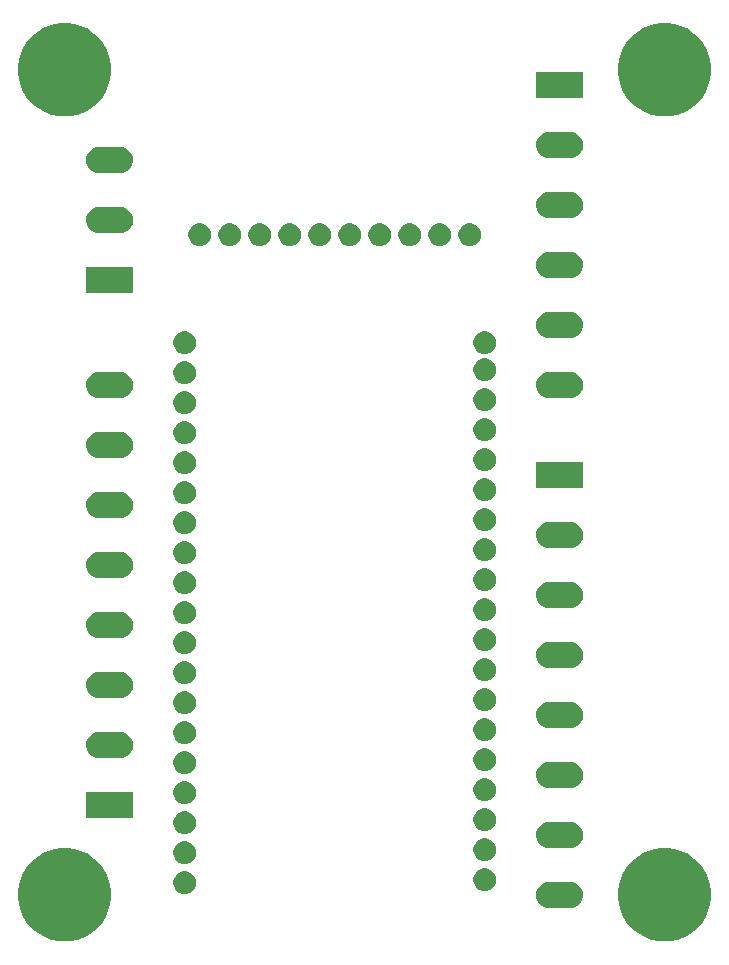
<source format=gts>
G04 #@! TF.GenerationSoftware,KiCad,Pcbnew,5.0.2+dfsg1-1*
G04 #@! TF.CreationDate,2019-04-19T11:24:35+12:00*
G04 #@! TF.ProjectId,esp32,65737033-322e-46b6-9963-61645f706362,rev?*
G04 #@! TF.SameCoordinates,Original*
G04 #@! TF.FileFunction,Soldermask,Top*
G04 #@! TF.FilePolarity,Negative*
%FSLAX46Y46*%
G04 Gerber Fmt 4.6, Leading zero omitted, Abs format (unit mm)*
G04 Created by KiCad (PCBNEW 5.0.2+dfsg1-1) date Fri 19 Apr 2019 11:24:35 NZST*
%MOMM*%
%LPD*%
G01*
G04 APERTURE LIST*
%ADD10C,0.100000*%
G04 APERTURE END LIST*
D10*
G36*
X140852172Y-104151796D02*
X141571025Y-104449555D01*
X142217981Y-104881837D01*
X142768163Y-105432019D01*
X143200445Y-106078975D01*
X143498204Y-106797828D01*
X143650000Y-107560958D01*
X143650000Y-108339042D01*
X143498204Y-109102172D01*
X143200445Y-109821025D01*
X142768163Y-110467981D01*
X142217981Y-111018163D01*
X141571025Y-111450445D01*
X140852172Y-111748204D01*
X140089042Y-111900000D01*
X139310958Y-111900000D01*
X138547828Y-111748204D01*
X137828975Y-111450445D01*
X137182019Y-111018163D01*
X136631837Y-110467981D01*
X136199555Y-109821025D01*
X135901796Y-109102172D01*
X135750000Y-108339042D01*
X135750000Y-107560958D01*
X135901796Y-106797828D01*
X136199555Y-106078975D01*
X136631837Y-105432019D01*
X137182019Y-104881837D01*
X137828975Y-104449555D01*
X138547828Y-104151796D01*
X139310958Y-104000000D01*
X140089042Y-104000000D01*
X140852172Y-104151796D01*
X140852172Y-104151796D01*
G37*
G36*
X90052172Y-104151796D02*
X90771025Y-104449555D01*
X91417981Y-104881837D01*
X91968163Y-105432019D01*
X92400445Y-106078975D01*
X92698204Y-106797828D01*
X92850000Y-107560958D01*
X92850000Y-108339042D01*
X92698204Y-109102172D01*
X92400445Y-109821025D01*
X91968163Y-110467981D01*
X91417981Y-111018163D01*
X90771025Y-111450445D01*
X90052172Y-111748204D01*
X89289042Y-111900000D01*
X88510958Y-111900000D01*
X87747828Y-111748204D01*
X87028975Y-111450445D01*
X86382019Y-111018163D01*
X85831837Y-110467981D01*
X85399555Y-109821025D01*
X85101796Y-109102172D01*
X84950000Y-108339042D01*
X84950000Y-107560958D01*
X85101796Y-106797828D01*
X85399555Y-106078975D01*
X85831837Y-105432019D01*
X86382019Y-104881837D01*
X87028975Y-104449555D01*
X87747828Y-104151796D01*
X88510958Y-104000000D01*
X89289042Y-104000000D01*
X90052172Y-104151796D01*
X90052172Y-104151796D01*
G37*
G36*
X131925639Y-106865916D02*
X132132986Y-106928815D01*
X132132988Y-106928816D01*
X132324084Y-107030958D01*
X132491581Y-107168419D01*
X132629042Y-107335916D01*
X132731184Y-107527012D01*
X132731185Y-107527014D01*
X132777968Y-107681234D01*
X132794084Y-107734362D01*
X132815322Y-107950000D01*
X132794084Y-108165638D01*
X132731184Y-108372988D01*
X132629042Y-108564084D01*
X132491581Y-108731581D01*
X132324084Y-108869042D01*
X132132988Y-108971184D01*
X132132986Y-108971185D01*
X131925639Y-109034084D01*
X131764038Y-109050000D01*
X129855962Y-109050000D01*
X129694361Y-109034084D01*
X129487014Y-108971185D01*
X129487012Y-108971184D01*
X129295916Y-108869042D01*
X129128419Y-108731581D01*
X128990958Y-108564084D01*
X128888816Y-108372988D01*
X128825916Y-108165638D01*
X128804678Y-107950000D01*
X128825916Y-107734362D01*
X128842032Y-107681234D01*
X128888815Y-107527014D01*
X128888816Y-107527012D01*
X128990958Y-107335916D01*
X129128419Y-107168419D01*
X129295916Y-107030958D01*
X129487012Y-106928816D01*
X129487014Y-106928815D01*
X129694361Y-106865916D01*
X129855962Y-106850000D01*
X131764038Y-106850000D01*
X131925639Y-106865916D01*
X131925639Y-106865916D01*
G37*
G36*
X99340603Y-106008968D02*
X99340606Y-106008969D01*
X99340605Y-106008969D01*
X99515678Y-106081486D01*
X99515679Y-106081487D01*
X99673241Y-106186767D01*
X99807233Y-106320759D01*
X99807234Y-106320761D01*
X99912514Y-106478322D01*
X99956805Y-106585250D01*
X99985032Y-106653397D01*
X100022000Y-106839250D01*
X100022000Y-107028750D01*
X99985032Y-107214603D01*
X99985031Y-107214605D01*
X99912514Y-107389678D01*
X99860232Y-107467923D01*
X99807233Y-107547241D01*
X99673241Y-107681233D01*
X99593923Y-107734232D01*
X99515678Y-107786514D01*
X99380266Y-107842603D01*
X99340603Y-107859032D01*
X99154750Y-107896000D01*
X98965250Y-107896000D01*
X98779397Y-107859032D01*
X98739734Y-107842603D01*
X98604322Y-107786514D01*
X98526077Y-107734232D01*
X98446759Y-107681233D01*
X98312767Y-107547241D01*
X98259768Y-107467923D01*
X98207486Y-107389678D01*
X98134969Y-107214605D01*
X98134968Y-107214603D01*
X98098000Y-107028750D01*
X98098000Y-106839250D01*
X98134968Y-106653397D01*
X98163195Y-106585250D01*
X98207486Y-106478322D01*
X98312766Y-106320761D01*
X98312767Y-106320759D01*
X98446759Y-106186767D01*
X98604321Y-106081487D01*
X98604322Y-106081486D01*
X98779395Y-106008969D01*
X98779394Y-106008969D01*
X98779397Y-106008968D01*
X98965250Y-105972000D01*
X99154750Y-105972000D01*
X99340603Y-106008968D01*
X99340603Y-106008968D01*
G37*
G36*
X124740603Y-105754968D02*
X124740606Y-105754969D01*
X124740605Y-105754969D01*
X124915678Y-105827486D01*
X124915679Y-105827487D01*
X125073241Y-105932767D01*
X125207233Y-106066759D01*
X125217073Y-106081486D01*
X125312514Y-106224322D01*
X125352459Y-106320759D01*
X125385032Y-106399397D01*
X125422000Y-106585250D01*
X125422000Y-106774750D01*
X125385032Y-106960603D01*
X125385031Y-106960605D01*
X125312514Y-107135678D01*
X125312513Y-107135679D01*
X125207233Y-107293241D01*
X125073241Y-107427233D01*
X124993923Y-107480232D01*
X124915678Y-107532514D01*
X124780266Y-107588603D01*
X124740603Y-107605032D01*
X124554750Y-107642000D01*
X124365250Y-107642000D01*
X124179397Y-107605032D01*
X124139734Y-107588603D01*
X124004322Y-107532514D01*
X123926077Y-107480232D01*
X123846759Y-107427233D01*
X123712767Y-107293241D01*
X123607487Y-107135679D01*
X123607486Y-107135678D01*
X123534969Y-106960605D01*
X123534968Y-106960603D01*
X123498000Y-106774750D01*
X123498000Y-106585250D01*
X123534968Y-106399397D01*
X123567541Y-106320759D01*
X123607486Y-106224322D01*
X123702927Y-106081486D01*
X123712767Y-106066759D01*
X123846759Y-105932767D01*
X124004321Y-105827487D01*
X124004322Y-105827486D01*
X124179395Y-105754969D01*
X124179394Y-105754969D01*
X124179397Y-105754968D01*
X124365250Y-105718000D01*
X124554750Y-105718000D01*
X124740603Y-105754968D01*
X124740603Y-105754968D01*
G37*
G36*
X99340603Y-103468968D02*
X99340606Y-103468969D01*
X99340605Y-103468969D01*
X99515678Y-103541486D01*
X99515679Y-103541487D01*
X99673241Y-103646767D01*
X99807233Y-103780759D01*
X99859776Y-103859395D01*
X99912514Y-103938322D01*
X99956805Y-104045250D01*
X99985032Y-104113397D01*
X100022000Y-104299250D01*
X100022000Y-104488750D01*
X99985032Y-104674603D01*
X99985031Y-104674605D01*
X99912514Y-104849678D01*
X99860232Y-104927923D01*
X99807233Y-105007241D01*
X99673241Y-105141233D01*
X99593923Y-105194232D01*
X99515678Y-105246514D01*
X99380266Y-105302603D01*
X99340603Y-105319032D01*
X99154750Y-105356000D01*
X98965250Y-105356000D01*
X98779397Y-105319032D01*
X98739734Y-105302603D01*
X98604322Y-105246514D01*
X98526077Y-105194232D01*
X98446759Y-105141233D01*
X98312767Y-105007241D01*
X98259768Y-104927923D01*
X98207486Y-104849678D01*
X98134969Y-104674605D01*
X98134968Y-104674603D01*
X98098000Y-104488750D01*
X98098000Y-104299250D01*
X98134968Y-104113397D01*
X98163195Y-104045250D01*
X98207486Y-103938322D01*
X98260224Y-103859395D01*
X98312767Y-103780759D01*
X98446759Y-103646767D01*
X98604321Y-103541487D01*
X98604322Y-103541486D01*
X98779395Y-103468969D01*
X98779394Y-103468969D01*
X98779397Y-103468968D01*
X98965250Y-103432000D01*
X99154750Y-103432000D01*
X99340603Y-103468968D01*
X99340603Y-103468968D01*
G37*
G36*
X124740603Y-103214968D02*
X124740606Y-103214969D01*
X124740605Y-103214969D01*
X124915678Y-103287486D01*
X124915679Y-103287487D01*
X125073241Y-103392767D01*
X125207233Y-103526759D01*
X125207234Y-103526761D01*
X125312514Y-103684322D01*
X125352459Y-103780759D01*
X125385032Y-103859397D01*
X125422000Y-104045250D01*
X125422000Y-104234750D01*
X125385032Y-104420603D01*
X125385031Y-104420605D01*
X125312514Y-104595678D01*
X125312513Y-104595679D01*
X125207233Y-104753241D01*
X125073241Y-104887233D01*
X124993923Y-104940232D01*
X124915678Y-104992514D01*
X124780266Y-105048603D01*
X124740603Y-105065032D01*
X124554750Y-105102000D01*
X124365250Y-105102000D01*
X124179397Y-105065032D01*
X124139734Y-105048603D01*
X124004322Y-104992514D01*
X123926077Y-104940232D01*
X123846759Y-104887233D01*
X123712767Y-104753241D01*
X123607487Y-104595679D01*
X123607486Y-104595678D01*
X123534969Y-104420605D01*
X123534968Y-104420603D01*
X123498000Y-104234750D01*
X123498000Y-104045250D01*
X123534968Y-103859397D01*
X123567541Y-103780759D01*
X123607486Y-103684322D01*
X123712766Y-103526761D01*
X123712767Y-103526759D01*
X123846759Y-103392767D01*
X124004321Y-103287487D01*
X124004322Y-103287486D01*
X124179395Y-103214969D01*
X124179394Y-103214969D01*
X124179397Y-103214968D01*
X124365250Y-103178000D01*
X124554750Y-103178000D01*
X124740603Y-103214968D01*
X124740603Y-103214968D01*
G37*
G36*
X131925639Y-101785916D02*
X132132986Y-101848815D01*
X132132988Y-101848816D01*
X132324084Y-101950958D01*
X132491581Y-102088419D01*
X132629042Y-102255916D01*
X132731184Y-102447012D01*
X132731185Y-102447014D01*
X132794084Y-102654361D01*
X132815322Y-102870000D01*
X132794084Y-103085639D01*
X132754852Y-103214969D01*
X132731184Y-103292988D01*
X132629042Y-103484084D01*
X132491581Y-103651581D01*
X132324084Y-103789042D01*
X132132988Y-103891184D01*
X132132986Y-103891185D01*
X131925639Y-103954084D01*
X131764038Y-103970000D01*
X129855962Y-103970000D01*
X129694361Y-103954084D01*
X129487014Y-103891185D01*
X129487012Y-103891184D01*
X129295916Y-103789042D01*
X129128419Y-103651581D01*
X128990958Y-103484084D01*
X128888816Y-103292988D01*
X128865149Y-103214969D01*
X128825916Y-103085639D01*
X128804678Y-102870000D01*
X128825916Y-102654361D01*
X128888815Y-102447014D01*
X128888816Y-102447012D01*
X128990958Y-102255916D01*
X129128419Y-102088419D01*
X129295916Y-101950958D01*
X129487012Y-101848816D01*
X129487014Y-101848815D01*
X129694361Y-101785916D01*
X129855962Y-101770000D01*
X131764038Y-101770000D01*
X131925639Y-101785916D01*
X131925639Y-101785916D01*
G37*
G36*
X99340603Y-100928968D02*
X99340606Y-100928969D01*
X99340605Y-100928969D01*
X99515678Y-101001486D01*
X99515679Y-101001487D01*
X99673241Y-101106767D01*
X99807233Y-101240759D01*
X99807234Y-101240761D01*
X99912514Y-101398322D01*
X99925635Y-101430000D01*
X99985032Y-101573397D01*
X100022000Y-101759250D01*
X100022000Y-101948750D01*
X99985032Y-102134603D01*
X99985031Y-102134605D01*
X99912514Y-102309678D01*
X99860232Y-102387923D01*
X99807233Y-102467241D01*
X99673241Y-102601233D01*
X99593923Y-102654232D01*
X99515678Y-102706514D01*
X99380266Y-102762603D01*
X99340603Y-102779032D01*
X99154750Y-102816000D01*
X98965250Y-102816000D01*
X98779397Y-102779032D01*
X98739734Y-102762603D01*
X98604322Y-102706514D01*
X98526077Y-102654232D01*
X98446759Y-102601233D01*
X98312767Y-102467241D01*
X98259768Y-102387923D01*
X98207486Y-102309678D01*
X98134969Y-102134605D01*
X98134968Y-102134603D01*
X98098000Y-101948750D01*
X98098000Y-101759250D01*
X98134968Y-101573397D01*
X98194365Y-101430000D01*
X98207486Y-101398322D01*
X98312766Y-101240761D01*
X98312767Y-101240759D01*
X98446759Y-101106767D01*
X98604321Y-101001487D01*
X98604322Y-101001486D01*
X98779395Y-100928969D01*
X98779394Y-100928969D01*
X98779397Y-100928968D01*
X98965250Y-100892000D01*
X99154750Y-100892000D01*
X99340603Y-100928968D01*
X99340603Y-100928968D01*
G37*
G36*
X124740603Y-100674968D02*
X124740606Y-100674969D01*
X124740605Y-100674969D01*
X124915678Y-100747486D01*
X124915679Y-100747487D01*
X125073241Y-100852767D01*
X125207233Y-100986759D01*
X125207234Y-100986761D01*
X125312514Y-101144322D01*
X125352459Y-101240759D01*
X125385032Y-101319397D01*
X125422000Y-101505250D01*
X125422000Y-101694750D01*
X125385032Y-101880603D01*
X125385031Y-101880605D01*
X125312514Y-102055678D01*
X125312513Y-102055679D01*
X125207233Y-102213241D01*
X125073241Y-102347233D01*
X124993923Y-102400232D01*
X124915678Y-102452514D01*
X124780266Y-102508603D01*
X124740603Y-102525032D01*
X124554750Y-102562000D01*
X124365250Y-102562000D01*
X124179397Y-102525032D01*
X124139734Y-102508603D01*
X124004322Y-102452514D01*
X123926077Y-102400232D01*
X123846759Y-102347233D01*
X123712767Y-102213241D01*
X123607487Y-102055679D01*
X123607486Y-102055678D01*
X123534969Y-101880605D01*
X123534968Y-101880603D01*
X123498000Y-101694750D01*
X123498000Y-101505250D01*
X123534968Y-101319397D01*
X123567541Y-101240759D01*
X123607486Y-101144322D01*
X123712766Y-100986761D01*
X123712767Y-100986759D01*
X123846759Y-100852767D01*
X124004321Y-100747487D01*
X124004322Y-100747486D01*
X124179395Y-100674969D01*
X124179394Y-100674969D01*
X124179397Y-100674968D01*
X124365250Y-100638000D01*
X124554750Y-100638000D01*
X124740603Y-100674968D01*
X124740603Y-100674968D01*
G37*
G36*
X94710000Y-101430000D02*
X90710000Y-101430000D01*
X90710000Y-99230000D01*
X94710000Y-99230000D01*
X94710000Y-101430000D01*
X94710000Y-101430000D01*
G37*
G36*
X99340603Y-98388968D02*
X99340606Y-98388969D01*
X99340605Y-98388969D01*
X99515678Y-98461486D01*
X99515679Y-98461487D01*
X99673241Y-98566767D01*
X99807233Y-98700759D01*
X99859776Y-98779395D01*
X99912514Y-98858322D01*
X99925635Y-98890000D01*
X99985032Y-99033397D01*
X100022000Y-99219250D01*
X100022000Y-99408750D01*
X99985032Y-99594603D01*
X99985031Y-99594605D01*
X99912514Y-99769678D01*
X99860232Y-99847923D01*
X99807233Y-99927241D01*
X99673241Y-100061233D01*
X99593923Y-100114232D01*
X99515678Y-100166514D01*
X99380266Y-100222603D01*
X99340603Y-100239032D01*
X99154750Y-100276000D01*
X98965250Y-100276000D01*
X98779397Y-100239032D01*
X98739734Y-100222603D01*
X98604322Y-100166514D01*
X98526077Y-100114232D01*
X98446759Y-100061233D01*
X98312767Y-99927241D01*
X98259768Y-99847923D01*
X98207486Y-99769678D01*
X98134969Y-99594605D01*
X98134968Y-99594603D01*
X98098000Y-99408750D01*
X98098000Y-99219250D01*
X98134968Y-99033397D01*
X98194365Y-98890000D01*
X98207486Y-98858322D01*
X98260224Y-98779395D01*
X98312767Y-98700759D01*
X98446759Y-98566767D01*
X98604321Y-98461487D01*
X98604322Y-98461486D01*
X98779395Y-98388969D01*
X98779394Y-98388969D01*
X98779397Y-98388968D01*
X98965250Y-98352000D01*
X99154750Y-98352000D01*
X99340603Y-98388968D01*
X99340603Y-98388968D01*
G37*
G36*
X124740603Y-98134968D02*
X124740606Y-98134969D01*
X124740605Y-98134969D01*
X124915678Y-98207486D01*
X124915679Y-98207487D01*
X125073241Y-98312767D01*
X125207233Y-98446759D01*
X125207234Y-98446761D01*
X125312514Y-98604322D01*
X125352459Y-98700759D01*
X125385032Y-98779397D01*
X125422000Y-98965250D01*
X125422000Y-99154750D01*
X125385032Y-99340603D01*
X125385031Y-99340605D01*
X125312514Y-99515678D01*
X125312513Y-99515679D01*
X125207233Y-99673241D01*
X125073241Y-99807233D01*
X124993923Y-99860232D01*
X124915678Y-99912514D01*
X124780266Y-99968603D01*
X124740603Y-99985032D01*
X124554750Y-100022000D01*
X124365250Y-100022000D01*
X124179397Y-99985032D01*
X124139734Y-99968603D01*
X124004322Y-99912514D01*
X123926077Y-99860232D01*
X123846759Y-99807233D01*
X123712767Y-99673241D01*
X123607487Y-99515679D01*
X123607486Y-99515678D01*
X123534969Y-99340605D01*
X123534968Y-99340603D01*
X123498000Y-99154750D01*
X123498000Y-98965250D01*
X123534968Y-98779397D01*
X123567541Y-98700759D01*
X123607486Y-98604322D01*
X123712766Y-98446761D01*
X123712767Y-98446759D01*
X123846759Y-98312767D01*
X124004321Y-98207487D01*
X124004322Y-98207486D01*
X124179395Y-98134969D01*
X124179394Y-98134969D01*
X124179397Y-98134968D01*
X124365250Y-98098000D01*
X124554750Y-98098000D01*
X124740603Y-98134968D01*
X124740603Y-98134968D01*
G37*
G36*
X131925639Y-96705916D02*
X132132986Y-96768815D01*
X132132988Y-96768816D01*
X132324084Y-96870958D01*
X132491581Y-97008419D01*
X132629042Y-97175916D01*
X132731184Y-97367012D01*
X132731185Y-97367014D01*
X132794084Y-97574361D01*
X132815322Y-97790000D01*
X132794084Y-98005639D01*
X132754852Y-98134969D01*
X132731184Y-98212988D01*
X132629042Y-98404084D01*
X132491581Y-98571581D01*
X132324084Y-98709042D01*
X132132988Y-98811184D01*
X132132986Y-98811185D01*
X131925639Y-98874084D01*
X131764038Y-98890000D01*
X129855962Y-98890000D01*
X129694361Y-98874084D01*
X129487014Y-98811185D01*
X129487012Y-98811184D01*
X129295916Y-98709042D01*
X129128419Y-98571581D01*
X128990958Y-98404084D01*
X128888816Y-98212988D01*
X128865149Y-98134969D01*
X128825916Y-98005639D01*
X128804678Y-97790000D01*
X128825916Y-97574361D01*
X128888815Y-97367014D01*
X128888816Y-97367012D01*
X128990958Y-97175916D01*
X129128419Y-97008419D01*
X129295916Y-96870958D01*
X129487012Y-96768816D01*
X129487014Y-96768815D01*
X129694361Y-96705916D01*
X129855962Y-96690000D01*
X131764038Y-96690000D01*
X131925639Y-96705916D01*
X131925639Y-96705916D01*
G37*
G36*
X99340603Y-95848968D02*
X99340606Y-95848969D01*
X99340605Y-95848969D01*
X99515678Y-95921486D01*
X99515679Y-95921487D01*
X99673241Y-96026767D01*
X99807233Y-96160759D01*
X99859776Y-96239395D01*
X99912514Y-96318322D01*
X99925635Y-96350000D01*
X99985032Y-96493397D01*
X100022000Y-96679250D01*
X100022000Y-96868750D01*
X99985032Y-97054603D01*
X99985031Y-97054605D01*
X99912514Y-97229678D01*
X99860232Y-97307923D01*
X99807233Y-97387241D01*
X99673241Y-97521233D01*
X99593923Y-97574232D01*
X99515678Y-97626514D01*
X99380266Y-97682603D01*
X99340603Y-97699032D01*
X99154750Y-97736000D01*
X98965250Y-97736000D01*
X98779397Y-97699032D01*
X98739734Y-97682603D01*
X98604322Y-97626514D01*
X98526077Y-97574232D01*
X98446759Y-97521233D01*
X98312767Y-97387241D01*
X98259768Y-97307923D01*
X98207486Y-97229678D01*
X98134969Y-97054605D01*
X98134968Y-97054603D01*
X98098000Y-96868750D01*
X98098000Y-96679250D01*
X98134968Y-96493397D01*
X98194365Y-96350000D01*
X98207486Y-96318322D01*
X98260224Y-96239395D01*
X98312767Y-96160759D01*
X98446759Y-96026767D01*
X98604321Y-95921487D01*
X98604322Y-95921486D01*
X98779395Y-95848969D01*
X98779394Y-95848969D01*
X98779397Y-95848968D01*
X98965250Y-95812000D01*
X99154750Y-95812000D01*
X99340603Y-95848968D01*
X99340603Y-95848968D01*
G37*
G36*
X124740603Y-95594968D02*
X124740606Y-95594969D01*
X124740605Y-95594969D01*
X124915678Y-95667486D01*
X124915679Y-95667487D01*
X125073241Y-95772767D01*
X125207233Y-95906759D01*
X125207234Y-95906761D01*
X125312514Y-96064322D01*
X125352459Y-96160759D01*
X125385032Y-96239397D01*
X125422000Y-96425250D01*
X125422000Y-96614750D01*
X125385032Y-96800603D01*
X125385031Y-96800605D01*
X125312514Y-96975678D01*
X125312513Y-96975679D01*
X125207233Y-97133241D01*
X125073241Y-97267233D01*
X124993923Y-97320232D01*
X124915678Y-97372514D01*
X124780266Y-97428603D01*
X124740603Y-97445032D01*
X124554750Y-97482000D01*
X124365250Y-97482000D01*
X124179397Y-97445032D01*
X124139734Y-97428603D01*
X124004322Y-97372514D01*
X123926077Y-97320232D01*
X123846759Y-97267233D01*
X123712767Y-97133241D01*
X123607487Y-96975679D01*
X123607486Y-96975678D01*
X123534969Y-96800605D01*
X123534968Y-96800603D01*
X123498000Y-96614750D01*
X123498000Y-96425250D01*
X123534968Y-96239397D01*
X123567541Y-96160759D01*
X123607486Y-96064322D01*
X123712766Y-95906761D01*
X123712767Y-95906759D01*
X123846759Y-95772767D01*
X124004321Y-95667487D01*
X124004322Y-95667486D01*
X124179395Y-95594969D01*
X124179394Y-95594969D01*
X124179397Y-95594968D01*
X124365250Y-95558000D01*
X124554750Y-95558000D01*
X124740603Y-95594968D01*
X124740603Y-95594968D01*
G37*
G36*
X93825639Y-94165916D02*
X94032986Y-94228815D01*
X94032988Y-94228816D01*
X94224084Y-94330958D01*
X94391581Y-94468419D01*
X94529042Y-94635916D01*
X94631184Y-94827012D01*
X94631185Y-94827014D01*
X94694084Y-95034361D01*
X94715322Y-95250000D01*
X94694084Y-95465639D01*
X94654852Y-95594969D01*
X94631184Y-95672988D01*
X94529042Y-95864084D01*
X94391581Y-96031581D01*
X94224084Y-96169042D01*
X94032988Y-96271184D01*
X94032986Y-96271185D01*
X93825639Y-96334084D01*
X93664038Y-96350000D01*
X91755962Y-96350000D01*
X91594361Y-96334084D01*
X91387014Y-96271185D01*
X91387012Y-96271184D01*
X91195916Y-96169042D01*
X91028419Y-96031581D01*
X90890958Y-95864084D01*
X90788816Y-95672988D01*
X90765149Y-95594969D01*
X90725916Y-95465639D01*
X90704678Y-95250000D01*
X90725916Y-95034361D01*
X90788815Y-94827014D01*
X90788816Y-94827012D01*
X90890958Y-94635916D01*
X91028419Y-94468419D01*
X91195916Y-94330958D01*
X91387012Y-94228816D01*
X91387014Y-94228815D01*
X91594361Y-94165916D01*
X91755962Y-94150000D01*
X93664038Y-94150000D01*
X93825639Y-94165916D01*
X93825639Y-94165916D01*
G37*
G36*
X99340603Y-93308968D02*
X99340606Y-93308969D01*
X99340605Y-93308969D01*
X99515678Y-93381486D01*
X99515679Y-93381487D01*
X99673241Y-93486767D01*
X99807233Y-93620759D01*
X99859776Y-93699395D01*
X99912514Y-93778322D01*
X99925635Y-93810000D01*
X99985032Y-93953397D01*
X100022000Y-94139250D01*
X100022000Y-94328750D01*
X99985032Y-94514603D01*
X99985031Y-94514605D01*
X99912514Y-94689678D01*
X99860232Y-94767923D01*
X99807233Y-94847241D01*
X99673241Y-94981233D01*
X99593923Y-95034232D01*
X99515678Y-95086514D01*
X99380266Y-95142603D01*
X99340603Y-95159032D01*
X99154750Y-95196000D01*
X98965250Y-95196000D01*
X98779397Y-95159032D01*
X98739734Y-95142603D01*
X98604322Y-95086514D01*
X98526077Y-95034232D01*
X98446759Y-94981233D01*
X98312767Y-94847241D01*
X98259768Y-94767923D01*
X98207486Y-94689678D01*
X98134969Y-94514605D01*
X98134968Y-94514603D01*
X98098000Y-94328750D01*
X98098000Y-94139250D01*
X98134968Y-93953397D01*
X98194365Y-93810000D01*
X98207486Y-93778322D01*
X98260224Y-93699395D01*
X98312767Y-93620759D01*
X98446759Y-93486767D01*
X98604321Y-93381487D01*
X98604322Y-93381486D01*
X98779395Y-93308969D01*
X98779394Y-93308969D01*
X98779397Y-93308968D01*
X98965250Y-93272000D01*
X99154750Y-93272000D01*
X99340603Y-93308968D01*
X99340603Y-93308968D01*
G37*
G36*
X124740603Y-93054968D02*
X124740606Y-93054969D01*
X124740605Y-93054969D01*
X124915678Y-93127486D01*
X124915679Y-93127487D01*
X125073241Y-93232767D01*
X125207233Y-93366759D01*
X125207234Y-93366761D01*
X125312514Y-93524322D01*
X125352459Y-93620759D01*
X125385032Y-93699397D01*
X125422000Y-93885250D01*
X125422000Y-94074750D01*
X125385032Y-94260603D01*
X125385031Y-94260605D01*
X125312514Y-94435678D01*
X125312513Y-94435679D01*
X125207233Y-94593241D01*
X125073241Y-94727233D01*
X124993923Y-94780232D01*
X124915678Y-94832514D01*
X124780266Y-94888603D01*
X124740603Y-94905032D01*
X124554750Y-94942000D01*
X124365250Y-94942000D01*
X124179397Y-94905032D01*
X124139734Y-94888603D01*
X124004322Y-94832514D01*
X123926077Y-94780232D01*
X123846759Y-94727233D01*
X123712767Y-94593241D01*
X123607487Y-94435679D01*
X123607486Y-94435678D01*
X123534969Y-94260605D01*
X123534968Y-94260603D01*
X123498000Y-94074750D01*
X123498000Y-93885250D01*
X123534968Y-93699397D01*
X123567541Y-93620759D01*
X123607486Y-93524322D01*
X123712766Y-93366761D01*
X123712767Y-93366759D01*
X123846759Y-93232767D01*
X124004321Y-93127487D01*
X124004322Y-93127486D01*
X124179395Y-93054969D01*
X124179394Y-93054969D01*
X124179397Y-93054968D01*
X124365250Y-93018000D01*
X124554750Y-93018000D01*
X124740603Y-93054968D01*
X124740603Y-93054968D01*
G37*
G36*
X131925639Y-91625916D02*
X132132986Y-91688815D01*
X132132988Y-91688816D01*
X132324084Y-91790958D01*
X132491581Y-91928419D01*
X132629042Y-92095916D01*
X132731184Y-92287012D01*
X132731185Y-92287014D01*
X132794084Y-92494361D01*
X132815322Y-92710000D01*
X132794084Y-92925639D01*
X132754852Y-93054969D01*
X132731184Y-93132988D01*
X132629042Y-93324084D01*
X132491581Y-93491581D01*
X132324084Y-93629042D01*
X132132988Y-93731184D01*
X132132986Y-93731185D01*
X131925639Y-93794084D01*
X131764038Y-93810000D01*
X129855962Y-93810000D01*
X129694361Y-93794084D01*
X129487014Y-93731185D01*
X129487012Y-93731184D01*
X129295916Y-93629042D01*
X129128419Y-93491581D01*
X128990958Y-93324084D01*
X128888816Y-93132988D01*
X128865149Y-93054969D01*
X128825916Y-92925639D01*
X128804678Y-92710000D01*
X128825916Y-92494361D01*
X128888815Y-92287014D01*
X128888816Y-92287012D01*
X128990958Y-92095916D01*
X129128419Y-91928419D01*
X129295916Y-91790958D01*
X129487012Y-91688816D01*
X129487014Y-91688815D01*
X129694361Y-91625916D01*
X129855962Y-91610000D01*
X131764038Y-91610000D01*
X131925639Y-91625916D01*
X131925639Y-91625916D01*
G37*
G36*
X99340603Y-90768968D02*
X99340606Y-90768969D01*
X99340605Y-90768969D01*
X99515678Y-90841486D01*
X99515679Y-90841487D01*
X99673241Y-90946767D01*
X99807233Y-91080759D01*
X99859776Y-91159395D01*
X99912514Y-91238322D01*
X99925635Y-91270000D01*
X99985032Y-91413397D01*
X100022000Y-91599250D01*
X100022000Y-91788750D01*
X99985032Y-91974603D01*
X99985031Y-91974605D01*
X99912514Y-92149678D01*
X99860232Y-92227923D01*
X99807233Y-92307241D01*
X99673241Y-92441233D01*
X99593923Y-92494232D01*
X99515678Y-92546514D01*
X99380266Y-92602603D01*
X99340603Y-92619032D01*
X99154750Y-92656000D01*
X98965250Y-92656000D01*
X98779397Y-92619032D01*
X98739734Y-92602603D01*
X98604322Y-92546514D01*
X98526077Y-92494232D01*
X98446759Y-92441233D01*
X98312767Y-92307241D01*
X98259768Y-92227923D01*
X98207486Y-92149678D01*
X98134969Y-91974605D01*
X98134968Y-91974603D01*
X98098000Y-91788750D01*
X98098000Y-91599250D01*
X98134968Y-91413397D01*
X98194365Y-91270000D01*
X98207486Y-91238322D01*
X98260224Y-91159395D01*
X98312767Y-91080759D01*
X98446759Y-90946767D01*
X98604321Y-90841487D01*
X98604322Y-90841486D01*
X98779395Y-90768969D01*
X98779394Y-90768969D01*
X98779397Y-90768968D01*
X98965250Y-90732000D01*
X99154750Y-90732000D01*
X99340603Y-90768968D01*
X99340603Y-90768968D01*
G37*
G36*
X124740603Y-90514968D02*
X124740606Y-90514969D01*
X124740605Y-90514969D01*
X124915678Y-90587486D01*
X124915679Y-90587487D01*
X125073241Y-90692767D01*
X125207233Y-90826759D01*
X125207234Y-90826761D01*
X125312514Y-90984322D01*
X125352459Y-91080759D01*
X125385032Y-91159397D01*
X125422000Y-91345250D01*
X125422000Y-91534750D01*
X125385032Y-91720603D01*
X125385031Y-91720605D01*
X125312514Y-91895678D01*
X125312513Y-91895679D01*
X125207233Y-92053241D01*
X125073241Y-92187233D01*
X124993923Y-92240232D01*
X124915678Y-92292514D01*
X124780266Y-92348603D01*
X124740603Y-92365032D01*
X124554750Y-92402000D01*
X124365250Y-92402000D01*
X124179397Y-92365032D01*
X124139734Y-92348603D01*
X124004322Y-92292514D01*
X123926077Y-92240232D01*
X123846759Y-92187233D01*
X123712767Y-92053241D01*
X123607487Y-91895679D01*
X123607486Y-91895678D01*
X123534969Y-91720605D01*
X123534968Y-91720603D01*
X123498000Y-91534750D01*
X123498000Y-91345250D01*
X123534968Y-91159397D01*
X123567541Y-91080759D01*
X123607486Y-90984322D01*
X123712766Y-90826761D01*
X123712767Y-90826759D01*
X123846759Y-90692767D01*
X124004321Y-90587487D01*
X124004322Y-90587486D01*
X124179395Y-90514969D01*
X124179394Y-90514969D01*
X124179397Y-90514968D01*
X124365250Y-90478000D01*
X124554750Y-90478000D01*
X124740603Y-90514968D01*
X124740603Y-90514968D01*
G37*
G36*
X93825639Y-89085916D02*
X94032986Y-89148815D01*
X94032988Y-89148816D01*
X94224084Y-89250958D01*
X94391581Y-89388419D01*
X94529042Y-89555916D01*
X94631184Y-89747012D01*
X94631185Y-89747014D01*
X94694084Y-89954361D01*
X94715322Y-90170000D01*
X94694084Y-90385639D01*
X94654852Y-90514969D01*
X94631184Y-90592988D01*
X94529042Y-90784084D01*
X94391581Y-90951581D01*
X94224084Y-91089042D01*
X94032988Y-91191184D01*
X94032986Y-91191185D01*
X93825639Y-91254084D01*
X93664038Y-91270000D01*
X91755962Y-91270000D01*
X91594361Y-91254084D01*
X91387014Y-91191185D01*
X91387012Y-91191184D01*
X91195916Y-91089042D01*
X91028419Y-90951581D01*
X90890958Y-90784084D01*
X90788816Y-90592988D01*
X90765149Y-90514969D01*
X90725916Y-90385639D01*
X90704678Y-90170000D01*
X90725916Y-89954361D01*
X90788815Y-89747014D01*
X90788816Y-89747012D01*
X90890958Y-89555916D01*
X91028419Y-89388419D01*
X91195916Y-89250958D01*
X91387012Y-89148816D01*
X91387014Y-89148815D01*
X91594361Y-89085916D01*
X91755962Y-89070000D01*
X93664038Y-89070000D01*
X93825639Y-89085916D01*
X93825639Y-89085916D01*
G37*
G36*
X99340603Y-88228968D02*
X99340606Y-88228969D01*
X99340605Y-88228969D01*
X99515678Y-88301486D01*
X99515679Y-88301487D01*
X99673241Y-88406767D01*
X99807233Y-88540759D01*
X99859776Y-88619395D01*
X99912514Y-88698322D01*
X99925635Y-88730000D01*
X99985032Y-88873397D01*
X100022000Y-89059250D01*
X100022000Y-89248750D01*
X99985032Y-89434603D01*
X99985031Y-89434605D01*
X99912514Y-89609678D01*
X99860232Y-89687923D01*
X99807233Y-89767241D01*
X99673241Y-89901233D01*
X99593923Y-89954232D01*
X99515678Y-90006514D01*
X99380266Y-90062603D01*
X99340603Y-90079032D01*
X99154750Y-90116000D01*
X98965250Y-90116000D01*
X98779397Y-90079032D01*
X98739734Y-90062603D01*
X98604322Y-90006514D01*
X98526077Y-89954232D01*
X98446759Y-89901233D01*
X98312767Y-89767241D01*
X98259768Y-89687923D01*
X98207486Y-89609678D01*
X98134969Y-89434605D01*
X98134968Y-89434603D01*
X98098000Y-89248750D01*
X98098000Y-89059250D01*
X98134968Y-88873397D01*
X98194365Y-88730000D01*
X98207486Y-88698322D01*
X98260224Y-88619395D01*
X98312767Y-88540759D01*
X98446759Y-88406767D01*
X98604321Y-88301487D01*
X98604322Y-88301486D01*
X98779395Y-88228969D01*
X98779394Y-88228969D01*
X98779397Y-88228968D01*
X98965250Y-88192000D01*
X99154750Y-88192000D01*
X99340603Y-88228968D01*
X99340603Y-88228968D01*
G37*
G36*
X124740603Y-87974968D02*
X124740606Y-87974969D01*
X124740605Y-87974969D01*
X124915678Y-88047486D01*
X124915679Y-88047487D01*
X125073241Y-88152767D01*
X125207233Y-88286759D01*
X125207234Y-88286761D01*
X125312514Y-88444322D01*
X125352459Y-88540759D01*
X125385032Y-88619397D01*
X125422000Y-88805250D01*
X125422000Y-88994750D01*
X125385032Y-89180603D01*
X125385031Y-89180605D01*
X125312514Y-89355678D01*
X125312513Y-89355679D01*
X125207233Y-89513241D01*
X125073241Y-89647233D01*
X124993923Y-89700232D01*
X124915678Y-89752514D01*
X124780266Y-89808603D01*
X124740603Y-89825032D01*
X124554750Y-89862000D01*
X124365250Y-89862000D01*
X124179397Y-89825032D01*
X124139734Y-89808603D01*
X124004322Y-89752514D01*
X123926077Y-89700232D01*
X123846759Y-89647233D01*
X123712767Y-89513241D01*
X123607487Y-89355679D01*
X123607486Y-89355678D01*
X123534969Y-89180605D01*
X123534968Y-89180603D01*
X123498000Y-88994750D01*
X123498000Y-88805250D01*
X123534968Y-88619397D01*
X123567541Y-88540759D01*
X123607486Y-88444322D01*
X123712766Y-88286761D01*
X123712767Y-88286759D01*
X123846759Y-88152767D01*
X124004321Y-88047487D01*
X124004322Y-88047486D01*
X124179395Y-87974969D01*
X124179394Y-87974969D01*
X124179397Y-87974968D01*
X124365250Y-87938000D01*
X124554750Y-87938000D01*
X124740603Y-87974968D01*
X124740603Y-87974968D01*
G37*
G36*
X131925639Y-86545916D02*
X132132986Y-86608815D01*
X132132988Y-86608816D01*
X132324084Y-86710958D01*
X132491581Y-86848419D01*
X132629042Y-87015916D01*
X132731184Y-87207012D01*
X132731185Y-87207014D01*
X132794084Y-87414361D01*
X132815322Y-87630000D01*
X132794084Y-87845639D01*
X132754852Y-87974969D01*
X132731184Y-88052988D01*
X132629042Y-88244084D01*
X132491581Y-88411581D01*
X132324084Y-88549042D01*
X132132988Y-88651184D01*
X132132986Y-88651185D01*
X131925639Y-88714084D01*
X131764038Y-88730000D01*
X129855962Y-88730000D01*
X129694361Y-88714084D01*
X129487014Y-88651185D01*
X129487012Y-88651184D01*
X129295916Y-88549042D01*
X129128419Y-88411581D01*
X128990958Y-88244084D01*
X128888816Y-88052988D01*
X128865149Y-87974969D01*
X128825916Y-87845639D01*
X128804678Y-87630000D01*
X128825916Y-87414361D01*
X128888815Y-87207014D01*
X128888816Y-87207012D01*
X128990958Y-87015916D01*
X129128419Y-86848419D01*
X129295916Y-86710958D01*
X129487012Y-86608816D01*
X129487014Y-86608815D01*
X129694361Y-86545916D01*
X129855962Y-86530000D01*
X131764038Y-86530000D01*
X131925639Y-86545916D01*
X131925639Y-86545916D01*
G37*
G36*
X99340603Y-85688968D02*
X99340606Y-85688969D01*
X99340605Y-85688969D01*
X99515678Y-85761486D01*
X99515679Y-85761487D01*
X99673241Y-85866767D01*
X99807233Y-86000759D01*
X99859776Y-86079395D01*
X99912514Y-86158322D01*
X99925635Y-86190000D01*
X99985032Y-86333397D01*
X100022000Y-86519250D01*
X100022000Y-86708750D01*
X99985032Y-86894603D01*
X99985031Y-86894605D01*
X99912514Y-87069678D01*
X99860232Y-87147923D01*
X99807233Y-87227241D01*
X99673241Y-87361233D01*
X99593923Y-87414232D01*
X99515678Y-87466514D01*
X99380266Y-87522603D01*
X99340603Y-87539032D01*
X99154750Y-87576000D01*
X98965250Y-87576000D01*
X98779397Y-87539032D01*
X98739734Y-87522603D01*
X98604322Y-87466514D01*
X98526077Y-87414232D01*
X98446759Y-87361233D01*
X98312767Y-87227241D01*
X98259768Y-87147923D01*
X98207486Y-87069678D01*
X98134969Y-86894605D01*
X98134968Y-86894603D01*
X98098000Y-86708750D01*
X98098000Y-86519250D01*
X98134968Y-86333397D01*
X98194365Y-86190000D01*
X98207486Y-86158322D01*
X98260224Y-86079395D01*
X98312767Y-86000759D01*
X98446759Y-85866767D01*
X98604321Y-85761487D01*
X98604322Y-85761486D01*
X98779395Y-85688969D01*
X98779394Y-85688969D01*
X98779397Y-85688968D01*
X98965250Y-85652000D01*
X99154750Y-85652000D01*
X99340603Y-85688968D01*
X99340603Y-85688968D01*
G37*
G36*
X124740603Y-85434968D02*
X124740606Y-85434969D01*
X124740605Y-85434969D01*
X124915678Y-85507486D01*
X124915679Y-85507487D01*
X125073241Y-85612767D01*
X125207233Y-85746759D01*
X125207234Y-85746761D01*
X125312514Y-85904322D01*
X125352459Y-86000759D01*
X125385032Y-86079397D01*
X125422000Y-86265250D01*
X125422000Y-86454750D01*
X125385032Y-86640603D01*
X125385031Y-86640605D01*
X125312514Y-86815678D01*
X125312513Y-86815679D01*
X125207233Y-86973241D01*
X125073241Y-87107233D01*
X124993923Y-87160232D01*
X124915678Y-87212514D01*
X124780266Y-87268603D01*
X124740603Y-87285032D01*
X124554750Y-87322000D01*
X124365250Y-87322000D01*
X124179397Y-87285032D01*
X124139734Y-87268603D01*
X124004322Y-87212514D01*
X123926077Y-87160232D01*
X123846759Y-87107233D01*
X123712767Y-86973241D01*
X123607487Y-86815679D01*
X123607486Y-86815678D01*
X123534969Y-86640605D01*
X123534968Y-86640603D01*
X123498000Y-86454750D01*
X123498000Y-86265250D01*
X123534968Y-86079397D01*
X123567541Y-86000759D01*
X123607486Y-85904322D01*
X123712766Y-85746761D01*
X123712767Y-85746759D01*
X123846759Y-85612767D01*
X124004321Y-85507487D01*
X124004322Y-85507486D01*
X124179395Y-85434969D01*
X124179394Y-85434969D01*
X124179397Y-85434968D01*
X124365250Y-85398000D01*
X124554750Y-85398000D01*
X124740603Y-85434968D01*
X124740603Y-85434968D01*
G37*
G36*
X93825639Y-84005916D02*
X94032986Y-84068815D01*
X94032988Y-84068816D01*
X94224084Y-84170958D01*
X94391581Y-84308419D01*
X94529042Y-84475916D01*
X94631184Y-84667012D01*
X94631185Y-84667014D01*
X94694084Y-84874361D01*
X94715322Y-85090000D01*
X94694084Y-85305639D01*
X94654852Y-85434969D01*
X94631184Y-85512988D01*
X94529042Y-85704084D01*
X94391581Y-85871581D01*
X94224084Y-86009042D01*
X94032988Y-86111184D01*
X94032986Y-86111185D01*
X93825639Y-86174084D01*
X93664038Y-86190000D01*
X91755962Y-86190000D01*
X91594361Y-86174084D01*
X91387014Y-86111185D01*
X91387012Y-86111184D01*
X91195916Y-86009042D01*
X91028419Y-85871581D01*
X90890958Y-85704084D01*
X90788816Y-85512988D01*
X90765149Y-85434969D01*
X90725916Y-85305639D01*
X90704678Y-85090000D01*
X90725916Y-84874361D01*
X90788815Y-84667014D01*
X90788816Y-84667012D01*
X90890958Y-84475916D01*
X91028419Y-84308419D01*
X91195916Y-84170958D01*
X91387012Y-84068816D01*
X91387014Y-84068815D01*
X91594361Y-84005916D01*
X91755962Y-83990000D01*
X93664038Y-83990000D01*
X93825639Y-84005916D01*
X93825639Y-84005916D01*
G37*
G36*
X99340603Y-83148968D02*
X99340606Y-83148969D01*
X99340605Y-83148969D01*
X99515678Y-83221486D01*
X99515679Y-83221487D01*
X99673241Y-83326767D01*
X99807233Y-83460759D01*
X99859776Y-83539395D01*
X99912514Y-83618322D01*
X99925635Y-83650000D01*
X99985032Y-83793397D01*
X100022000Y-83979250D01*
X100022000Y-84168750D01*
X99985032Y-84354603D01*
X99985031Y-84354605D01*
X99912514Y-84529678D01*
X99860232Y-84607923D01*
X99807233Y-84687241D01*
X99673241Y-84821233D01*
X99593923Y-84874232D01*
X99515678Y-84926514D01*
X99380266Y-84982603D01*
X99340603Y-84999032D01*
X99154750Y-85036000D01*
X98965250Y-85036000D01*
X98779397Y-84999032D01*
X98739734Y-84982603D01*
X98604322Y-84926514D01*
X98526077Y-84874232D01*
X98446759Y-84821233D01*
X98312767Y-84687241D01*
X98259768Y-84607923D01*
X98207486Y-84529678D01*
X98134969Y-84354605D01*
X98134968Y-84354603D01*
X98098000Y-84168750D01*
X98098000Y-83979250D01*
X98134968Y-83793397D01*
X98194365Y-83650000D01*
X98207486Y-83618322D01*
X98260224Y-83539395D01*
X98312767Y-83460759D01*
X98446759Y-83326767D01*
X98604321Y-83221487D01*
X98604322Y-83221486D01*
X98779395Y-83148969D01*
X98779394Y-83148969D01*
X98779397Y-83148968D01*
X98965250Y-83112000D01*
X99154750Y-83112000D01*
X99340603Y-83148968D01*
X99340603Y-83148968D01*
G37*
G36*
X124740603Y-82894968D02*
X124740606Y-82894969D01*
X124740605Y-82894969D01*
X124915678Y-82967486D01*
X124915679Y-82967487D01*
X125073241Y-83072767D01*
X125207233Y-83206759D01*
X125207234Y-83206761D01*
X125312514Y-83364322D01*
X125352459Y-83460759D01*
X125385032Y-83539397D01*
X125422000Y-83725250D01*
X125422000Y-83914750D01*
X125385032Y-84100603D01*
X125385031Y-84100605D01*
X125312514Y-84275678D01*
X125312513Y-84275679D01*
X125207233Y-84433241D01*
X125073241Y-84567233D01*
X124993923Y-84620232D01*
X124915678Y-84672514D01*
X124780266Y-84728603D01*
X124740603Y-84745032D01*
X124554750Y-84782000D01*
X124365250Y-84782000D01*
X124179397Y-84745032D01*
X124139734Y-84728603D01*
X124004322Y-84672514D01*
X123926077Y-84620232D01*
X123846759Y-84567233D01*
X123712767Y-84433241D01*
X123607487Y-84275679D01*
X123607486Y-84275678D01*
X123534969Y-84100605D01*
X123534968Y-84100603D01*
X123498000Y-83914750D01*
X123498000Y-83725250D01*
X123534968Y-83539397D01*
X123567541Y-83460759D01*
X123607486Y-83364322D01*
X123712766Y-83206761D01*
X123712767Y-83206759D01*
X123846759Y-83072767D01*
X124004321Y-82967487D01*
X124004322Y-82967486D01*
X124179395Y-82894969D01*
X124179394Y-82894969D01*
X124179397Y-82894968D01*
X124365250Y-82858000D01*
X124554750Y-82858000D01*
X124740603Y-82894968D01*
X124740603Y-82894968D01*
G37*
G36*
X131925639Y-81465916D02*
X132132986Y-81528815D01*
X132132988Y-81528816D01*
X132324084Y-81630958D01*
X132491581Y-81768419D01*
X132629042Y-81935916D01*
X132731184Y-82127012D01*
X132731185Y-82127014D01*
X132794084Y-82334361D01*
X132815322Y-82550000D01*
X132794084Y-82765639D01*
X132754852Y-82894969D01*
X132731184Y-82972988D01*
X132629042Y-83164084D01*
X132491581Y-83331581D01*
X132324084Y-83469042D01*
X132132988Y-83571184D01*
X132132986Y-83571185D01*
X131925639Y-83634084D01*
X131764038Y-83650000D01*
X129855962Y-83650000D01*
X129694361Y-83634084D01*
X129487014Y-83571185D01*
X129487012Y-83571184D01*
X129295916Y-83469042D01*
X129128419Y-83331581D01*
X128990958Y-83164084D01*
X128888816Y-82972988D01*
X128865149Y-82894969D01*
X128825916Y-82765639D01*
X128804678Y-82550000D01*
X128825916Y-82334361D01*
X128888815Y-82127014D01*
X128888816Y-82127012D01*
X128990958Y-81935916D01*
X129128419Y-81768419D01*
X129295916Y-81630958D01*
X129487012Y-81528816D01*
X129487014Y-81528815D01*
X129694361Y-81465916D01*
X129855962Y-81450000D01*
X131764038Y-81450000D01*
X131925639Y-81465916D01*
X131925639Y-81465916D01*
G37*
G36*
X99340603Y-80608968D02*
X99340606Y-80608969D01*
X99340605Y-80608969D01*
X99515678Y-80681486D01*
X99515679Y-80681487D01*
X99673241Y-80786767D01*
X99807233Y-80920759D01*
X99859776Y-80999395D01*
X99912514Y-81078322D01*
X99925635Y-81110000D01*
X99985032Y-81253397D01*
X100022000Y-81439250D01*
X100022000Y-81628750D01*
X99985032Y-81814603D01*
X99985031Y-81814605D01*
X99912514Y-81989678D01*
X99860232Y-82067923D01*
X99807233Y-82147241D01*
X99673241Y-82281233D01*
X99593923Y-82334232D01*
X99515678Y-82386514D01*
X99380266Y-82442603D01*
X99340603Y-82459032D01*
X99154750Y-82496000D01*
X98965250Y-82496000D01*
X98779397Y-82459032D01*
X98739734Y-82442603D01*
X98604322Y-82386514D01*
X98526077Y-82334232D01*
X98446759Y-82281233D01*
X98312767Y-82147241D01*
X98259768Y-82067923D01*
X98207486Y-81989678D01*
X98134969Y-81814605D01*
X98134968Y-81814603D01*
X98098000Y-81628750D01*
X98098000Y-81439250D01*
X98134968Y-81253397D01*
X98194365Y-81110000D01*
X98207486Y-81078322D01*
X98260224Y-80999395D01*
X98312767Y-80920759D01*
X98446759Y-80786767D01*
X98604321Y-80681487D01*
X98604322Y-80681486D01*
X98779395Y-80608969D01*
X98779394Y-80608969D01*
X98779397Y-80608968D01*
X98965250Y-80572000D01*
X99154750Y-80572000D01*
X99340603Y-80608968D01*
X99340603Y-80608968D01*
G37*
G36*
X124740603Y-80354968D02*
X124740606Y-80354969D01*
X124740605Y-80354969D01*
X124915678Y-80427486D01*
X124915679Y-80427487D01*
X125073241Y-80532767D01*
X125207233Y-80666759D01*
X125207234Y-80666761D01*
X125312514Y-80824322D01*
X125352459Y-80920759D01*
X125385032Y-80999397D01*
X125422000Y-81185250D01*
X125422000Y-81374750D01*
X125385032Y-81560603D01*
X125385031Y-81560605D01*
X125312514Y-81735678D01*
X125312513Y-81735679D01*
X125207233Y-81893241D01*
X125073241Y-82027233D01*
X124993923Y-82080232D01*
X124915678Y-82132514D01*
X124780266Y-82188603D01*
X124740603Y-82205032D01*
X124554750Y-82242000D01*
X124365250Y-82242000D01*
X124179397Y-82205032D01*
X124139734Y-82188603D01*
X124004322Y-82132514D01*
X123926077Y-82080232D01*
X123846759Y-82027233D01*
X123712767Y-81893241D01*
X123607487Y-81735679D01*
X123607486Y-81735678D01*
X123534969Y-81560605D01*
X123534968Y-81560603D01*
X123498000Y-81374750D01*
X123498000Y-81185250D01*
X123534968Y-80999397D01*
X123567541Y-80920759D01*
X123607486Y-80824322D01*
X123712766Y-80666761D01*
X123712767Y-80666759D01*
X123846759Y-80532767D01*
X124004321Y-80427487D01*
X124004322Y-80427486D01*
X124179395Y-80354969D01*
X124179394Y-80354969D01*
X124179397Y-80354968D01*
X124365250Y-80318000D01*
X124554750Y-80318000D01*
X124740603Y-80354968D01*
X124740603Y-80354968D01*
G37*
G36*
X93825639Y-78925916D02*
X94032986Y-78988815D01*
X94032988Y-78988816D01*
X94224084Y-79090958D01*
X94391581Y-79228419D01*
X94529042Y-79395916D01*
X94631184Y-79587012D01*
X94631185Y-79587014D01*
X94694084Y-79794361D01*
X94715322Y-80010000D01*
X94694084Y-80225639D01*
X94654852Y-80354969D01*
X94631184Y-80432988D01*
X94529042Y-80624084D01*
X94391581Y-80791581D01*
X94224084Y-80929042D01*
X94032988Y-81031184D01*
X94032986Y-81031185D01*
X93825639Y-81094084D01*
X93664038Y-81110000D01*
X91755962Y-81110000D01*
X91594361Y-81094084D01*
X91387014Y-81031185D01*
X91387012Y-81031184D01*
X91195916Y-80929042D01*
X91028419Y-80791581D01*
X90890958Y-80624084D01*
X90788816Y-80432988D01*
X90765149Y-80354969D01*
X90725916Y-80225639D01*
X90704678Y-80010000D01*
X90725916Y-79794361D01*
X90788815Y-79587014D01*
X90788816Y-79587012D01*
X90890958Y-79395916D01*
X91028419Y-79228419D01*
X91195916Y-79090958D01*
X91387012Y-78988816D01*
X91387014Y-78988815D01*
X91594361Y-78925916D01*
X91755962Y-78910000D01*
X93664038Y-78910000D01*
X93825639Y-78925916D01*
X93825639Y-78925916D01*
G37*
G36*
X99340603Y-78068968D02*
X99340606Y-78068969D01*
X99340605Y-78068969D01*
X99515678Y-78141486D01*
X99515679Y-78141487D01*
X99673241Y-78246767D01*
X99807233Y-78380759D01*
X99859776Y-78459395D01*
X99912514Y-78538322D01*
X99925635Y-78570000D01*
X99985032Y-78713397D01*
X100022000Y-78899250D01*
X100022000Y-79088750D01*
X99985032Y-79274603D01*
X99985031Y-79274605D01*
X99912514Y-79449678D01*
X99860232Y-79527923D01*
X99807233Y-79607241D01*
X99673241Y-79741233D01*
X99593923Y-79794232D01*
X99515678Y-79846514D01*
X99380266Y-79902603D01*
X99340603Y-79919032D01*
X99154750Y-79956000D01*
X98965250Y-79956000D01*
X98779397Y-79919032D01*
X98739734Y-79902603D01*
X98604322Y-79846514D01*
X98526077Y-79794232D01*
X98446759Y-79741233D01*
X98312767Y-79607241D01*
X98259768Y-79527923D01*
X98207486Y-79449678D01*
X98134969Y-79274605D01*
X98134968Y-79274603D01*
X98098000Y-79088750D01*
X98098000Y-78899250D01*
X98134968Y-78713397D01*
X98194365Y-78570000D01*
X98207486Y-78538322D01*
X98260224Y-78459395D01*
X98312767Y-78380759D01*
X98446759Y-78246767D01*
X98604321Y-78141487D01*
X98604322Y-78141486D01*
X98779395Y-78068969D01*
X98779394Y-78068969D01*
X98779397Y-78068968D01*
X98965250Y-78032000D01*
X99154750Y-78032000D01*
X99340603Y-78068968D01*
X99340603Y-78068968D01*
G37*
G36*
X124740603Y-77814968D02*
X124740606Y-77814969D01*
X124740605Y-77814969D01*
X124915678Y-77887486D01*
X124915679Y-77887487D01*
X125073241Y-77992767D01*
X125207233Y-78126759D01*
X125207234Y-78126761D01*
X125312514Y-78284322D01*
X125352459Y-78380759D01*
X125385032Y-78459397D01*
X125422000Y-78645250D01*
X125422000Y-78834750D01*
X125385032Y-79020603D01*
X125385031Y-79020605D01*
X125312514Y-79195678D01*
X125312513Y-79195679D01*
X125207233Y-79353241D01*
X125073241Y-79487233D01*
X124993923Y-79540232D01*
X124915678Y-79592514D01*
X124780266Y-79648603D01*
X124740603Y-79665032D01*
X124554750Y-79702000D01*
X124365250Y-79702000D01*
X124179397Y-79665032D01*
X124139734Y-79648603D01*
X124004322Y-79592514D01*
X123926077Y-79540232D01*
X123846759Y-79487233D01*
X123712767Y-79353241D01*
X123607487Y-79195679D01*
X123607486Y-79195678D01*
X123534969Y-79020605D01*
X123534968Y-79020603D01*
X123498000Y-78834750D01*
X123498000Y-78645250D01*
X123534968Y-78459397D01*
X123567541Y-78380759D01*
X123607486Y-78284322D01*
X123712766Y-78126761D01*
X123712767Y-78126759D01*
X123846759Y-77992767D01*
X124004321Y-77887487D01*
X124004322Y-77887486D01*
X124179395Y-77814969D01*
X124179394Y-77814969D01*
X124179397Y-77814968D01*
X124365250Y-77778000D01*
X124554750Y-77778000D01*
X124740603Y-77814968D01*
X124740603Y-77814968D01*
G37*
G36*
X131925639Y-76385916D02*
X132132986Y-76448815D01*
X132132988Y-76448816D01*
X132324084Y-76550958D01*
X132491581Y-76688419D01*
X132629042Y-76855916D01*
X132731184Y-77047012D01*
X132731185Y-77047014D01*
X132794084Y-77254361D01*
X132815322Y-77470000D01*
X132794084Y-77685639D01*
X132754852Y-77814969D01*
X132731184Y-77892988D01*
X132629042Y-78084084D01*
X132491581Y-78251581D01*
X132324084Y-78389042D01*
X132132988Y-78491184D01*
X132132986Y-78491185D01*
X131925639Y-78554084D01*
X131764038Y-78570000D01*
X129855962Y-78570000D01*
X129694361Y-78554084D01*
X129487014Y-78491185D01*
X129487012Y-78491184D01*
X129295916Y-78389042D01*
X129128419Y-78251581D01*
X128990958Y-78084084D01*
X128888816Y-77892988D01*
X128865149Y-77814969D01*
X128825916Y-77685639D01*
X128804678Y-77470000D01*
X128825916Y-77254361D01*
X128888815Y-77047014D01*
X128888816Y-77047012D01*
X128990958Y-76855916D01*
X129128419Y-76688419D01*
X129295916Y-76550958D01*
X129487012Y-76448816D01*
X129487014Y-76448815D01*
X129694361Y-76385916D01*
X129855962Y-76370000D01*
X131764038Y-76370000D01*
X131925639Y-76385916D01*
X131925639Y-76385916D01*
G37*
G36*
X99340603Y-75528968D02*
X99340606Y-75528969D01*
X99340605Y-75528969D01*
X99515678Y-75601486D01*
X99515679Y-75601487D01*
X99673241Y-75706767D01*
X99807233Y-75840759D01*
X99859776Y-75919395D01*
X99912514Y-75998322D01*
X99925635Y-76030000D01*
X99985032Y-76173397D01*
X100022000Y-76359250D01*
X100022000Y-76548750D01*
X99985032Y-76734603D01*
X99985031Y-76734605D01*
X99912514Y-76909678D01*
X99860232Y-76987923D01*
X99807233Y-77067241D01*
X99673241Y-77201233D01*
X99593923Y-77254232D01*
X99515678Y-77306514D01*
X99380266Y-77362603D01*
X99340603Y-77379032D01*
X99154750Y-77416000D01*
X98965250Y-77416000D01*
X98779397Y-77379032D01*
X98739734Y-77362603D01*
X98604322Y-77306514D01*
X98526077Y-77254232D01*
X98446759Y-77201233D01*
X98312767Y-77067241D01*
X98259768Y-76987923D01*
X98207486Y-76909678D01*
X98134969Y-76734605D01*
X98134968Y-76734603D01*
X98098000Y-76548750D01*
X98098000Y-76359250D01*
X98134968Y-76173397D01*
X98194365Y-76030000D01*
X98207486Y-75998322D01*
X98260224Y-75919395D01*
X98312767Y-75840759D01*
X98446759Y-75706767D01*
X98604321Y-75601487D01*
X98604322Y-75601486D01*
X98779395Y-75528969D01*
X98779394Y-75528969D01*
X98779397Y-75528968D01*
X98965250Y-75492000D01*
X99154750Y-75492000D01*
X99340603Y-75528968D01*
X99340603Y-75528968D01*
G37*
G36*
X124740603Y-75274968D02*
X124740606Y-75274969D01*
X124740605Y-75274969D01*
X124915678Y-75347486D01*
X124915679Y-75347487D01*
X125073241Y-75452767D01*
X125207233Y-75586759D01*
X125207234Y-75586761D01*
X125312514Y-75744322D01*
X125352459Y-75840759D01*
X125385032Y-75919397D01*
X125422000Y-76105250D01*
X125422000Y-76294750D01*
X125385032Y-76480603D01*
X125385031Y-76480605D01*
X125312514Y-76655678D01*
X125312513Y-76655679D01*
X125207233Y-76813241D01*
X125073241Y-76947233D01*
X124993923Y-77000232D01*
X124915678Y-77052514D01*
X124780266Y-77108603D01*
X124740603Y-77125032D01*
X124554750Y-77162000D01*
X124365250Y-77162000D01*
X124179397Y-77125032D01*
X124139734Y-77108603D01*
X124004322Y-77052514D01*
X123926077Y-77000232D01*
X123846759Y-76947233D01*
X123712767Y-76813241D01*
X123607487Y-76655679D01*
X123607486Y-76655678D01*
X123534969Y-76480605D01*
X123534968Y-76480603D01*
X123498000Y-76294750D01*
X123498000Y-76105250D01*
X123534968Y-75919397D01*
X123567541Y-75840759D01*
X123607486Y-75744322D01*
X123712766Y-75586761D01*
X123712767Y-75586759D01*
X123846759Y-75452767D01*
X124004321Y-75347487D01*
X124004322Y-75347486D01*
X124179395Y-75274969D01*
X124179394Y-75274969D01*
X124179397Y-75274968D01*
X124365250Y-75238000D01*
X124554750Y-75238000D01*
X124740603Y-75274968D01*
X124740603Y-75274968D01*
G37*
G36*
X93825639Y-73845916D02*
X94032986Y-73908815D01*
X94032988Y-73908816D01*
X94224084Y-74010958D01*
X94391581Y-74148419D01*
X94529042Y-74315916D01*
X94631184Y-74507012D01*
X94631185Y-74507014D01*
X94694084Y-74714361D01*
X94715322Y-74930000D01*
X94694084Y-75145639D01*
X94654852Y-75274969D01*
X94631184Y-75352988D01*
X94529042Y-75544084D01*
X94391581Y-75711581D01*
X94224084Y-75849042D01*
X94032988Y-75951184D01*
X94032986Y-75951185D01*
X93825639Y-76014084D01*
X93664038Y-76030000D01*
X91755962Y-76030000D01*
X91594361Y-76014084D01*
X91387014Y-75951185D01*
X91387012Y-75951184D01*
X91195916Y-75849042D01*
X91028419Y-75711581D01*
X90890958Y-75544084D01*
X90788816Y-75352988D01*
X90765149Y-75274969D01*
X90725916Y-75145639D01*
X90704678Y-74930000D01*
X90725916Y-74714361D01*
X90788815Y-74507014D01*
X90788816Y-74507012D01*
X90890958Y-74315916D01*
X91028419Y-74148419D01*
X91195916Y-74010958D01*
X91387012Y-73908816D01*
X91387014Y-73908815D01*
X91594361Y-73845916D01*
X91755962Y-73830000D01*
X93664038Y-73830000D01*
X93825639Y-73845916D01*
X93825639Y-73845916D01*
G37*
G36*
X99340603Y-72988968D02*
X99340606Y-72988969D01*
X99340605Y-72988969D01*
X99515678Y-73061486D01*
X99515679Y-73061487D01*
X99673241Y-73166767D01*
X99807233Y-73300759D01*
X99807234Y-73300761D01*
X99912514Y-73458322D01*
X99925635Y-73490000D01*
X99985032Y-73633397D01*
X100022000Y-73819250D01*
X100022000Y-74008750D01*
X99985032Y-74194603D01*
X99985031Y-74194605D01*
X99912514Y-74369678D01*
X99860232Y-74447923D01*
X99807233Y-74527241D01*
X99673241Y-74661233D01*
X99593923Y-74714232D01*
X99515678Y-74766514D01*
X99380266Y-74822603D01*
X99340603Y-74839032D01*
X99154750Y-74876000D01*
X98965250Y-74876000D01*
X98779397Y-74839032D01*
X98739734Y-74822603D01*
X98604322Y-74766514D01*
X98526077Y-74714232D01*
X98446759Y-74661233D01*
X98312767Y-74527241D01*
X98259768Y-74447923D01*
X98207486Y-74369678D01*
X98134969Y-74194605D01*
X98134968Y-74194603D01*
X98098000Y-74008750D01*
X98098000Y-73819250D01*
X98134968Y-73633397D01*
X98194365Y-73490000D01*
X98207486Y-73458322D01*
X98312766Y-73300761D01*
X98312767Y-73300759D01*
X98446759Y-73166767D01*
X98604321Y-73061487D01*
X98604322Y-73061486D01*
X98779395Y-72988969D01*
X98779394Y-72988969D01*
X98779397Y-72988968D01*
X98965250Y-72952000D01*
X99154750Y-72952000D01*
X99340603Y-72988968D01*
X99340603Y-72988968D01*
G37*
G36*
X124740603Y-72734968D02*
X124740606Y-72734969D01*
X124740605Y-72734969D01*
X124915678Y-72807486D01*
X124915679Y-72807487D01*
X125073241Y-72912767D01*
X125207233Y-73046759D01*
X125207234Y-73046761D01*
X125312514Y-73204322D01*
X125352459Y-73300759D01*
X125385032Y-73379397D01*
X125422000Y-73565250D01*
X125422000Y-73754750D01*
X125385032Y-73940603D01*
X125385031Y-73940605D01*
X125312514Y-74115678D01*
X125312513Y-74115679D01*
X125207233Y-74273241D01*
X125073241Y-74407233D01*
X124993923Y-74460232D01*
X124915678Y-74512514D01*
X124780266Y-74568603D01*
X124740603Y-74585032D01*
X124554750Y-74622000D01*
X124365250Y-74622000D01*
X124179397Y-74585032D01*
X124139734Y-74568603D01*
X124004322Y-74512514D01*
X123926077Y-74460232D01*
X123846759Y-74407233D01*
X123712767Y-74273241D01*
X123607487Y-74115679D01*
X123607486Y-74115678D01*
X123534969Y-73940605D01*
X123534968Y-73940603D01*
X123498000Y-73754750D01*
X123498000Y-73565250D01*
X123534968Y-73379397D01*
X123567541Y-73300759D01*
X123607486Y-73204322D01*
X123712766Y-73046761D01*
X123712767Y-73046759D01*
X123846759Y-72912767D01*
X124004321Y-72807487D01*
X124004322Y-72807486D01*
X124179395Y-72734969D01*
X124179394Y-72734969D01*
X124179397Y-72734968D01*
X124365250Y-72698000D01*
X124554750Y-72698000D01*
X124740603Y-72734968D01*
X124740603Y-72734968D01*
G37*
G36*
X132810000Y-73490000D02*
X128810000Y-73490000D01*
X128810000Y-71290000D01*
X132810000Y-71290000D01*
X132810000Y-73490000D01*
X132810000Y-73490000D01*
G37*
G36*
X99340603Y-70448968D02*
X99340606Y-70448969D01*
X99340605Y-70448969D01*
X99515678Y-70521486D01*
X99515679Y-70521487D01*
X99673241Y-70626767D01*
X99807233Y-70760759D01*
X99859776Y-70839395D01*
X99912514Y-70918322D01*
X99925635Y-70950000D01*
X99985032Y-71093397D01*
X100022000Y-71279250D01*
X100022000Y-71468750D01*
X99985032Y-71654603D01*
X99985031Y-71654605D01*
X99912514Y-71829678D01*
X99860232Y-71907923D01*
X99807233Y-71987241D01*
X99673241Y-72121233D01*
X99593923Y-72174232D01*
X99515678Y-72226514D01*
X99380266Y-72282603D01*
X99340603Y-72299032D01*
X99154750Y-72336000D01*
X98965250Y-72336000D01*
X98779397Y-72299032D01*
X98739734Y-72282603D01*
X98604322Y-72226514D01*
X98526077Y-72174232D01*
X98446759Y-72121233D01*
X98312767Y-71987241D01*
X98259768Y-71907923D01*
X98207486Y-71829678D01*
X98134969Y-71654605D01*
X98134968Y-71654603D01*
X98098000Y-71468750D01*
X98098000Y-71279250D01*
X98134968Y-71093397D01*
X98194365Y-70950000D01*
X98207486Y-70918322D01*
X98260224Y-70839395D01*
X98312767Y-70760759D01*
X98446759Y-70626767D01*
X98604321Y-70521487D01*
X98604322Y-70521486D01*
X98779395Y-70448969D01*
X98779394Y-70448969D01*
X98779397Y-70448968D01*
X98965250Y-70412000D01*
X99154750Y-70412000D01*
X99340603Y-70448968D01*
X99340603Y-70448968D01*
G37*
G36*
X124740603Y-70194968D02*
X124740606Y-70194969D01*
X124740605Y-70194969D01*
X124915678Y-70267486D01*
X124915679Y-70267487D01*
X125073241Y-70372767D01*
X125207233Y-70506759D01*
X125207234Y-70506761D01*
X125312514Y-70664322D01*
X125352459Y-70760759D01*
X125385032Y-70839397D01*
X125422000Y-71025250D01*
X125422000Y-71214750D01*
X125385032Y-71400603D01*
X125385031Y-71400605D01*
X125312514Y-71575678D01*
X125312513Y-71575679D01*
X125207233Y-71733241D01*
X125073241Y-71867233D01*
X124993923Y-71920232D01*
X124915678Y-71972514D01*
X124780266Y-72028603D01*
X124740603Y-72045032D01*
X124554750Y-72082000D01*
X124365250Y-72082000D01*
X124179397Y-72045032D01*
X124139734Y-72028603D01*
X124004322Y-71972514D01*
X123926077Y-71920232D01*
X123846759Y-71867233D01*
X123712767Y-71733241D01*
X123607487Y-71575679D01*
X123607486Y-71575678D01*
X123534969Y-71400605D01*
X123534968Y-71400603D01*
X123498000Y-71214750D01*
X123498000Y-71025250D01*
X123534968Y-70839397D01*
X123567541Y-70760759D01*
X123607486Y-70664322D01*
X123712766Y-70506761D01*
X123712767Y-70506759D01*
X123846759Y-70372767D01*
X124004321Y-70267487D01*
X124004322Y-70267486D01*
X124179395Y-70194969D01*
X124179394Y-70194969D01*
X124179397Y-70194968D01*
X124365250Y-70158000D01*
X124554750Y-70158000D01*
X124740603Y-70194968D01*
X124740603Y-70194968D01*
G37*
G36*
X93825639Y-68765916D02*
X94032986Y-68828815D01*
X94032988Y-68828816D01*
X94224084Y-68930958D01*
X94391581Y-69068419D01*
X94529042Y-69235916D01*
X94631184Y-69427012D01*
X94631185Y-69427014D01*
X94694084Y-69634361D01*
X94715322Y-69850000D01*
X94694084Y-70065639D01*
X94654852Y-70194969D01*
X94631184Y-70272988D01*
X94529042Y-70464084D01*
X94391581Y-70631581D01*
X94224084Y-70769042D01*
X94032988Y-70871184D01*
X94032986Y-70871185D01*
X93825639Y-70934084D01*
X93664038Y-70950000D01*
X91755962Y-70950000D01*
X91594361Y-70934084D01*
X91387014Y-70871185D01*
X91387012Y-70871184D01*
X91195916Y-70769042D01*
X91028419Y-70631581D01*
X90890958Y-70464084D01*
X90788816Y-70272988D01*
X90765149Y-70194969D01*
X90725916Y-70065639D01*
X90704678Y-69850000D01*
X90725916Y-69634361D01*
X90788815Y-69427014D01*
X90788816Y-69427012D01*
X90890958Y-69235916D01*
X91028419Y-69068419D01*
X91195916Y-68930958D01*
X91387012Y-68828816D01*
X91387014Y-68828815D01*
X91594361Y-68765916D01*
X91755962Y-68750000D01*
X93664038Y-68750000D01*
X93825639Y-68765916D01*
X93825639Y-68765916D01*
G37*
G36*
X99340603Y-67908968D02*
X99340606Y-67908969D01*
X99340605Y-67908969D01*
X99515678Y-67981486D01*
X99515679Y-67981487D01*
X99673241Y-68086767D01*
X99807233Y-68220759D01*
X99807234Y-68220761D01*
X99912514Y-68378322D01*
X99956805Y-68485250D01*
X99985032Y-68553397D01*
X100022000Y-68739250D01*
X100022000Y-68928750D01*
X99985032Y-69114603D01*
X99985031Y-69114605D01*
X99912514Y-69289678D01*
X99860232Y-69367923D01*
X99807233Y-69447241D01*
X99673241Y-69581233D01*
X99593923Y-69634232D01*
X99515678Y-69686514D01*
X99380266Y-69742603D01*
X99340603Y-69759032D01*
X99154750Y-69796000D01*
X98965250Y-69796000D01*
X98779397Y-69759032D01*
X98739734Y-69742603D01*
X98604322Y-69686514D01*
X98526077Y-69634232D01*
X98446759Y-69581233D01*
X98312767Y-69447241D01*
X98259768Y-69367923D01*
X98207486Y-69289678D01*
X98134969Y-69114605D01*
X98134968Y-69114603D01*
X98098000Y-68928750D01*
X98098000Y-68739250D01*
X98134968Y-68553397D01*
X98163195Y-68485250D01*
X98207486Y-68378322D01*
X98312766Y-68220761D01*
X98312767Y-68220759D01*
X98446759Y-68086767D01*
X98604321Y-67981487D01*
X98604322Y-67981486D01*
X98779395Y-67908969D01*
X98779394Y-67908969D01*
X98779397Y-67908968D01*
X98965250Y-67872000D01*
X99154750Y-67872000D01*
X99340603Y-67908968D01*
X99340603Y-67908968D01*
G37*
G36*
X124740603Y-67654968D02*
X124740606Y-67654969D01*
X124740605Y-67654969D01*
X124915678Y-67727486D01*
X124915679Y-67727487D01*
X125073241Y-67832767D01*
X125207233Y-67966759D01*
X125207234Y-67966761D01*
X125312514Y-68124322D01*
X125352459Y-68220759D01*
X125385032Y-68299397D01*
X125422000Y-68485250D01*
X125422000Y-68674750D01*
X125385032Y-68860603D01*
X125385031Y-68860605D01*
X125312514Y-69035678D01*
X125312513Y-69035679D01*
X125207233Y-69193241D01*
X125073241Y-69327233D01*
X124993923Y-69380232D01*
X124915678Y-69432514D01*
X124780266Y-69488603D01*
X124740603Y-69505032D01*
X124554750Y-69542000D01*
X124365250Y-69542000D01*
X124179397Y-69505032D01*
X124139734Y-69488603D01*
X124004322Y-69432514D01*
X123926077Y-69380232D01*
X123846759Y-69327233D01*
X123712767Y-69193241D01*
X123607487Y-69035679D01*
X123607486Y-69035678D01*
X123534969Y-68860605D01*
X123534968Y-68860603D01*
X123498000Y-68674750D01*
X123498000Y-68485250D01*
X123534968Y-68299397D01*
X123567541Y-68220759D01*
X123607486Y-68124322D01*
X123712766Y-67966761D01*
X123712767Y-67966759D01*
X123846759Y-67832767D01*
X124004321Y-67727487D01*
X124004322Y-67727486D01*
X124179395Y-67654969D01*
X124179394Y-67654969D01*
X124179397Y-67654968D01*
X124365250Y-67618000D01*
X124554750Y-67618000D01*
X124740603Y-67654968D01*
X124740603Y-67654968D01*
G37*
G36*
X99340603Y-65368968D02*
X99340606Y-65368969D01*
X99340605Y-65368969D01*
X99515678Y-65441486D01*
X99515679Y-65441487D01*
X99673241Y-65546767D01*
X99807233Y-65680759D01*
X99859776Y-65759395D01*
X99912514Y-65838322D01*
X99925635Y-65870000D01*
X99985032Y-66013397D01*
X100022000Y-66199250D01*
X100022000Y-66388750D01*
X99985032Y-66574603D01*
X99985031Y-66574605D01*
X99912514Y-66749678D01*
X99860232Y-66827923D01*
X99807233Y-66907241D01*
X99673241Y-67041233D01*
X99593923Y-67094232D01*
X99515678Y-67146514D01*
X99380266Y-67202603D01*
X99340603Y-67219032D01*
X99154750Y-67256000D01*
X98965250Y-67256000D01*
X98779397Y-67219032D01*
X98739734Y-67202603D01*
X98604322Y-67146514D01*
X98526077Y-67094232D01*
X98446759Y-67041233D01*
X98312767Y-66907241D01*
X98259768Y-66827923D01*
X98207486Y-66749678D01*
X98134969Y-66574605D01*
X98134968Y-66574603D01*
X98098000Y-66388750D01*
X98098000Y-66199250D01*
X98134968Y-66013397D01*
X98194365Y-65870000D01*
X98207486Y-65838322D01*
X98260224Y-65759395D01*
X98312767Y-65680759D01*
X98446759Y-65546767D01*
X98604321Y-65441487D01*
X98604322Y-65441486D01*
X98779395Y-65368969D01*
X98779394Y-65368969D01*
X98779397Y-65368968D01*
X98965250Y-65332000D01*
X99154750Y-65332000D01*
X99340603Y-65368968D01*
X99340603Y-65368968D01*
G37*
G36*
X124740603Y-65114968D02*
X124740606Y-65114969D01*
X124740605Y-65114969D01*
X124915678Y-65187486D01*
X124915679Y-65187487D01*
X125073241Y-65292767D01*
X125207233Y-65426759D01*
X125207234Y-65426761D01*
X125312514Y-65584322D01*
X125352459Y-65680759D01*
X125385032Y-65759397D01*
X125422000Y-65945250D01*
X125422000Y-66134750D01*
X125385032Y-66320603D01*
X125385031Y-66320605D01*
X125312514Y-66495678D01*
X125312513Y-66495679D01*
X125207233Y-66653241D01*
X125073241Y-66787233D01*
X124993923Y-66840232D01*
X124915678Y-66892514D01*
X124780266Y-66948603D01*
X124740603Y-66965032D01*
X124554750Y-67002000D01*
X124365250Y-67002000D01*
X124179397Y-66965032D01*
X124139734Y-66948603D01*
X124004322Y-66892514D01*
X123926077Y-66840232D01*
X123846759Y-66787233D01*
X123712767Y-66653241D01*
X123607487Y-66495679D01*
X123607486Y-66495678D01*
X123534969Y-66320605D01*
X123534968Y-66320603D01*
X123498000Y-66134750D01*
X123498000Y-65945250D01*
X123534968Y-65759397D01*
X123567541Y-65680759D01*
X123607486Y-65584322D01*
X123712766Y-65426761D01*
X123712767Y-65426759D01*
X123846759Y-65292767D01*
X124004321Y-65187487D01*
X124004322Y-65187486D01*
X124179395Y-65114969D01*
X124179394Y-65114969D01*
X124179397Y-65114968D01*
X124365250Y-65078000D01*
X124554750Y-65078000D01*
X124740603Y-65114968D01*
X124740603Y-65114968D01*
G37*
G36*
X131925639Y-63685916D02*
X132132986Y-63748815D01*
X132132988Y-63748816D01*
X132324084Y-63850958D01*
X132491581Y-63988419D01*
X132629042Y-64155916D01*
X132731184Y-64347012D01*
X132731185Y-64347014D01*
X132794084Y-64554361D01*
X132815322Y-64770000D01*
X132794084Y-64985639D01*
X132754852Y-65114969D01*
X132731184Y-65192988D01*
X132629042Y-65384084D01*
X132491581Y-65551581D01*
X132324084Y-65689042D01*
X132132988Y-65791184D01*
X132132986Y-65791185D01*
X131925639Y-65854084D01*
X131764038Y-65870000D01*
X129855962Y-65870000D01*
X129694361Y-65854084D01*
X129487014Y-65791185D01*
X129487012Y-65791184D01*
X129295916Y-65689042D01*
X129128419Y-65551581D01*
X128990958Y-65384084D01*
X128888816Y-65192988D01*
X128865149Y-65114969D01*
X128825916Y-64985639D01*
X128804678Y-64770000D01*
X128825916Y-64554361D01*
X128888815Y-64347014D01*
X128888816Y-64347012D01*
X128990958Y-64155916D01*
X129128419Y-63988419D01*
X129295916Y-63850958D01*
X129487012Y-63748816D01*
X129487014Y-63748815D01*
X129694361Y-63685916D01*
X129855962Y-63670000D01*
X131764038Y-63670000D01*
X131925639Y-63685916D01*
X131925639Y-63685916D01*
G37*
G36*
X93825639Y-63685916D02*
X94032986Y-63748815D01*
X94032988Y-63748816D01*
X94224084Y-63850958D01*
X94391581Y-63988419D01*
X94529042Y-64155916D01*
X94631184Y-64347012D01*
X94631185Y-64347014D01*
X94694084Y-64554361D01*
X94715322Y-64770000D01*
X94694084Y-64985639D01*
X94654852Y-65114969D01*
X94631184Y-65192988D01*
X94529042Y-65384084D01*
X94391581Y-65551581D01*
X94224084Y-65689042D01*
X94032988Y-65791184D01*
X94032986Y-65791185D01*
X93825639Y-65854084D01*
X93664038Y-65870000D01*
X91755962Y-65870000D01*
X91594361Y-65854084D01*
X91387014Y-65791185D01*
X91387012Y-65791184D01*
X91195916Y-65689042D01*
X91028419Y-65551581D01*
X90890958Y-65384084D01*
X90788816Y-65192988D01*
X90765149Y-65114969D01*
X90725916Y-64985639D01*
X90704678Y-64770000D01*
X90725916Y-64554361D01*
X90788815Y-64347014D01*
X90788816Y-64347012D01*
X90890958Y-64155916D01*
X91028419Y-63988419D01*
X91195916Y-63850958D01*
X91387012Y-63748816D01*
X91387014Y-63748815D01*
X91594361Y-63685916D01*
X91755962Y-63670000D01*
X93664038Y-63670000D01*
X93825639Y-63685916D01*
X93825639Y-63685916D01*
G37*
G36*
X99340603Y-62828968D02*
X99340606Y-62828969D01*
X99340605Y-62828969D01*
X99515678Y-62901486D01*
X99515679Y-62901487D01*
X99673241Y-63006767D01*
X99807233Y-63140759D01*
X99807234Y-63140761D01*
X99912514Y-63298322D01*
X99956805Y-63405250D01*
X99985032Y-63473397D01*
X100022000Y-63659250D01*
X100022000Y-63848750D01*
X99985032Y-64034603D01*
X99985031Y-64034605D01*
X99912514Y-64209678D01*
X99860232Y-64287923D01*
X99807233Y-64367241D01*
X99673241Y-64501233D01*
X99593923Y-64554232D01*
X99515678Y-64606514D01*
X99380266Y-64662603D01*
X99340603Y-64679032D01*
X99154750Y-64716000D01*
X98965250Y-64716000D01*
X98779397Y-64679032D01*
X98739734Y-64662603D01*
X98604322Y-64606514D01*
X98526077Y-64554232D01*
X98446759Y-64501233D01*
X98312767Y-64367241D01*
X98259768Y-64287923D01*
X98207486Y-64209678D01*
X98134969Y-64034605D01*
X98134968Y-64034603D01*
X98098000Y-63848750D01*
X98098000Y-63659250D01*
X98134968Y-63473397D01*
X98163195Y-63405250D01*
X98207486Y-63298322D01*
X98312766Y-63140761D01*
X98312767Y-63140759D01*
X98446759Y-63006767D01*
X98604321Y-62901487D01*
X98604322Y-62901486D01*
X98779395Y-62828969D01*
X98779394Y-62828969D01*
X98779397Y-62828968D01*
X98965250Y-62792000D01*
X99154750Y-62792000D01*
X99340603Y-62828968D01*
X99340603Y-62828968D01*
G37*
G36*
X124740603Y-62574968D02*
X124740606Y-62574969D01*
X124740605Y-62574969D01*
X124915678Y-62647486D01*
X124915679Y-62647487D01*
X125073241Y-62752767D01*
X125207233Y-62886759D01*
X125207234Y-62886761D01*
X125312514Y-63044322D01*
X125352459Y-63140759D01*
X125385032Y-63219397D01*
X125422000Y-63405250D01*
X125422000Y-63594750D01*
X125385032Y-63780603D01*
X125385031Y-63780605D01*
X125312514Y-63955678D01*
X125312513Y-63955679D01*
X125207233Y-64113241D01*
X125073241Y-64247233D01*
X124993923Y-64300232D01*
X124915678Y-64352514D01*
X124780266Y-64408603D01*
X124740603Y-64425032D01*
X124554750Y-64462000D01*
X124365250Y-64462000D01*
X124179397Y-64425032D01*
X124139734Y-64408603D01*
X124004322Y-64352514D01*
X123926077Y-64300232D01*
X123846759Y-64247233D01*
X123712767Y-64113241D01*
X123607487Y-63955679D01*
X123607486Y-63955678D01*
X123534969Y-63780605D01*
X123534968Y-63780603D01*
X123498000Y-63594750D01*
X123498000Y-63405250D01*
X123534968Y-63219397D01*
X123567541Y-63140759D01*
X123607486Y-63044322D01*
X123712766Y-62886761D01*
X123712767Y-62886759D01*
X123846759Y-62752767D01*
X124004321Y-62647487D01*
X124004322Y-62647486D01*
X124179395Y-62574969D01*
X124179394Y-62574969D01*
X124179397Y-62574968D01*
X124365250Y-62538000D01*
X124554750Y-62538000D01*
X124740603Y-62574968D01*
X124740603Y-62574968D01*
G37*
G36*
X124740603Y-60288968D02*
X124740606Y-60288969D01*
X124740605Y-60288969D01*
X124915678Y-60361486D01*
X124915679Y-60361487D01*
X125073241Y-60466767D01*
X125207233Y-60600759D01*
X125260232Y-60680077D01*
X125312514Y-60758322D01*
X125325635Y-60790000D01*
X125385032Y-60933397D01*
X125422000Y-61119250D01*
X125422000Y-61308750D01*
X125385032Y-61494603D01*
X125385031Y-61494605D01*
X125312514Y-61669678D01*
X125312513Y-61669679D01*
X125207233Y-61827241D01*
X125073241Y-61961233D01*
X124993923Y-62014232D01*
X124915678Y-62066514D01*
X124780266Y-62122603D01*
X124740603Y-62139032D01*
X124554750Y-62176000D01*
X124365250Y-62176000D01*
X124179397Y-62139032D01*
X124139734Y-62122603D01*
X124004322Y-62066514D01*
X123926077Y-62014232D01*
X123846759Y-61961233D01*
X123712767Y-61827241D01*
X123607487Y-61669679D01*
X123607486Y-61669678D01*
X123534969Y-61494605D01*
X123534968Y-61494603D01*
X123498000Y-61308750D01*
X123498000Y-61119250D01*
X123534968Y-60933397D01*
X123594365Y-60790000D01*
X123607486Y-60758322D01*
X123659768Y-60680077D01*
X123712767Y-60600759D01*
X123846759Y-60466767D01*
X124004321Y-60361487D01*
X124004322Y-60361486D01*
X124179395Y-60288969D01*
X124179394Y-60288969D01*
X124179397Y-60288968D01*
X124365250Y-60252000D01*
X124554750Y-60252000D01*
X124740603Y-60288968D01*
X124740603Y-60288968D01*
G37*
G36*
X99340603Y-60288968D02*
X99340606Y-60288969D01*
X99340605Y-60288969D01*
X99515678Y-60361486D01*
X99515679Y-60361487D01*
X99673241Y-60466767D01*
X99807233Y-60600759D01*
X99860232Y-60680077D01*
X99912514Y-60758322D01*
X99925635Y-60790000D01*
X99985032Y-60933397D01*
X100022000Y-61119250D01*
X100022000Y-61308750D01*
X99985032Y-61494603D01*
X99985031Y-61494605D01*
X99912514Y-61669678D01*
X99912513Y-61669679D01*
X99807233Y-61827241D01*
X99673241Y-61961233D01*
X99593923Y-62014232D01*
X99515678Y-62066514D01*
X99380266Y-62122603D01*
X99340603Y-62139032D01*
X99154750Y-62176000D01*
X98965250Y-62176000D01*
X98779397Y-62139032D01*
X98739734Y-62122603D01*
X98604322Y-62066514D01*
X98526077Y-62014232D01*
X98446759Y-61961233D01*
X98312767Y-61827241D01*
X98207487Y-61669679D01*
X98207486Y-61669678D01*
X98134969Y-61494605D01*
X98134968Y-61494603D01*
X98098000Y-61308750D01*
X98098000Y-61119250D01*
X98134968Y-60933397D01*
X98194365Y-60790000D01*
X98207486Y-60758322D01*
X98259768Y-60680077D01*
X98312767Y-60600759D01*
X98446759Y-60466767D01*
X98604321Y-60361487D01*
X98604322Y-60361486D01*
X98779395Y-60288969D01*
X98779394Y-60288969D01*
X98779397Y-60288968D01*
X98965250Y-60252000D01*
X99154750Y-60252000D01*
X99340603Y-60288968D01*
X99340603Y-60288968D01*
G37*
G36*
X131925639Y-58605916D02*
X132132986Y-58668815D01*
X132132988Y-58668816D01*
X132324084Y-58770958D01*
X132491581Y-58908419D01*
X132629042Y-59075916D01*
X132731184Y-59267012D01*
X132794084Y-59474362D01*
X132815322Y-59690000D01*
X132794084Y-59905638D01*
X132731184Y-60112988D01*
X132629042Y-60304084D01*
X132491581Y-60471581D01*
X132324084Y-60609042D01*
X132132988Y-60711184D01*
X132132986Y-60711185D01*
X131925639Y-60774084D01*
X131764038Y-60790000D01*
X129855962Y-60790000D01*
X129694361Y-60774084D01*
X129487014Y-60711185D01*
X129487012Y-60711184D01*
X129295916Y-60609042D01*
X129128419Y-60471581D01*
X128990958Y-60304084D01*
X128888816Y-60112988D01*
X128825916Y-59905638D01*
X128804678Y-59690000D01*
X128825916Y-59474362D01*
X128888816Y-59267012D01*
X128990958Y-59075916D01*
X129128419Y-58908419D01*
X129295916Y-58770958D01*
X129487012Y-58668816D01*
X129487014Y-58668815D01*
X129694361Y-58605916D01*
X129855962Y-58590000D01*
X131764038Y-58590000D01*
X131925639Y-58605916D01*
X131925639Y-58605916D01*
G37*
G36*
X94710000Y-56980000D02*
X90710000Y-56980000D01*
X90710000Y-54780000D01*
X94710000Y-54780000D01*
X94710000Y-56980000D01*
X94710000Y-56980000D01*
G37*
G36*
X131925639Y-53525916D02*
X132132986Y-53588815D01*
X132132988Y-53588816D01*
X132324084Y-53690958D01*
X132491581Y-53828419D01*
X132629042Y-53995916D01*
X132731184Y-54187012D01*
X132794084Y-54394362D01*
X132815322Y-54610000D01*
X132794084Y-54825638D01*
X132731184Y-55032988D01*
X132629042Y-55224084D01*
X132491581Y-55391581D01*
X132324084Y-55529042D01*
X132132988Y-55631184D01*
X132132986Y-55631185D01*
X131925639Y-55694084D01*
X131764038Y-55710000D01*
X129855962Y-55710000D01*
X129694361Y-55694084D01*
X129487014Y-55631185D01*
X129487012Y-55631184D01*
X129295916Y-55529042D01*
X129128419Y-55391581D01*
X128990958Y-55224084D01*
X128888816Y-55032988D01*
X128825916Y-54825638D01*
X128804678Y-54610000D01*
X128825916Y-54394362D01*
X128888816Y-54187012D01*
X128990958Y-53995916D01*
X129128419Y-53828419D01*
X129295916Y-53690958D01*
X129487012Y-53588816D01*
X129487014Y-53588815D01*
X129694361Y-53525916D01*
X129855962Y-53510000D01*
X131764038Y-53510000D01*
X131925639Y-53525916D01*
X131925639Y-53525916D01*
G37*
G36*
X110770603Y-51144968D02*
X110770606Y-51144969D01*
X110770605Y-51144969D01*
X110945678Y-51217486D01*
X110945679Y-51217487D01*
X111103241Y-51322767D01*
X111237233Y-51456759D01*
X111237234Y-51456761D01*
X111342514Y-51614322D01*
X111385890Y-51719042D01*
X111415032Y-51789397D01*
X111452000Y-51975250D01*
X111452000Y-52164750D01*
X111415032Y-52350603D01*
X111415031Y-52350605D01*
X111342514Y-52525678D01*
X111342513Y-52525679D01*
X111237233Y-52683241D01*
X111103241Y-52817233D01*
X111023923Y-52870232D01*
X110945678Y-52922514D01*
X110810266Y-52978603D01*
X110770603Y-52995032D01*
X110584750Y-53032000D01*
X110395250Y-53032000D01*
X110209397Y-52995032D01*
X110169734Y-52978603D01*
X110034322Y-52922514D01*
X109956077Y-52870232D01*
X109876759Y-52817233D01*
X109742767Y-52683241D01*
X109637487Y-52525679D01*
X109637486Y-52525678D01*
X109564969Y-52350605D01*
X109564968Y-52350603D01*
X109528000Y-52164750D01*
X109528000Y-51975250D01*
X109564968Y-51789397D01*
X109594110Y-51719042D01*
X109637486Y-51614322D01*
X109742766Y-51456761D01*
X109742767Y-51456759D01*
X109876759Y-51322767D01*
X110034321Y-51217487D01*
X110034322Y-51217486D01*
X110209395Y-51144969D01*
X110209394Y-51144969D01*
X110209397Y-51144968D01*
X110395250Y-51108000D01*
X110584750Y-51108000D01*
X110770603Y-51144968D01*
X110770603Y-51144968D01*
G37*
G36*
X113310603Y-51144968D02*
X113310606Y-51144969D01*
X113310605Y-51144969D01*
X113485678Y-51217486D01*
X113485679Y-51217487D01*
X113643241Y-51322767D01*
X113777233Y-51456759D01*
X113777234Y-51456761D01*
X113882514Y-51614322D01*
X113925890Y-51719042D01*
X113955032Y-51789397D01*
X113992000Y-51975250D01*
X113992000Y-52164750D01*
X113955032Y-52350603D01*
X113955031Y-52350605D01*
X113882514Y-52525678D01*
X113882513Y-52525679D01*
X113777233Y-52683241D01*
X113643241Y-52817233D01*
X113563923Y-52870232D01*
X113485678Y-52922514D01*
X113350266Y-52978603D01*
X113310603Y-52995032D01*
X113124750Y-53032000D01*
X112935250Y-53032000D01*
X112749397Y-52995032D01*
X112709734Y-52978603D01*
X112574322Y-52922514D01*
X112496077Y-52870232D01*
X112416759Y-52817233D01*
X112282767Y-52683241D01*
X112177487Y-52525679D01*
X112177486Y-52525678D01*
X112104969Y-52350605D01*
X112104968Y-52350603D01*
X112068000Y-52164750D01*
X112068000Y-51975250D01*
X112104968Y-51789397D01*
X112134110Y-51719042D01*
X112177486Y-51614322D01*
X112282766Y-51456761D01*
X112282767Y-51456759D01*
X112416759Y-51322767D01*
X112574321Y-51217487D01*
X112574322Y-51217486D01*
X112749395Y-51144969D01*
X112749394Y-51144969D01*
X112749397Y-51144968D01*
X112935250Y-51108000D01*
X113124750Y-51108000D01*
X113310603Y-51144968D01*
X113310603Y-51144968D01*
G37*
G36*
X115850603Y-51144968D02*
X115850606Y-51144969D01*
X115850605Y-51144969D01*
X116025678Y-51217486D01*
X116025679Y-51217487D01*
X116183241Y-51322767D01*
X116317233Y-51456759D01*
X116317234Y-51456761D01*
X116422514Y-51614322D01*
X116465890Y-51719042D01*
X116495032Y-51789397D01*
X116532000Y-51975250D01*
X116532000Y-52164750D01*
X116495032Y-52350603D01*
X116495031Y-52350605D01*
X116422514Y-52525678D01*
X116422513Y-52525679D01*
X116317233Y-52683241D01*
X116183241Y-52817233D01*
X116103923Y-52870232D01*
X116025678Y-52922514D01*
X115890266Y-52978603D01*
X115850603Y-52995032D01*
X115664750Y-53032000D01*
X115475250Y-53032000D01*
X115289397Y-52995032D01*
X115249734Y-52978603D01*
X115114322Y-52922514D01*
X115036077Y-52870232D01*
X114956759Y-52817233D01*
X114822767Y-52683241D01*
X114717487Y-52525679D01*
X114717486Y-52525678D01*
X114644969Y-52350605D01*
X114644968Y-52350603D01*
X114608000Y-52164750D01*
X114608000Y-51975250D01*
X114644968Y-51789397D01*
X114674110Y-51719042D01*
X114717486Y-51614322D01*
X114822766Y-51456761D01*
X114822767Y-51456759D01*
X114956759Y-51322767D01*
X115114321Y-51217487D01*
X115114322Y-51217486D01*
X115289395Y-51144969D01*
X115289394Y-51144969D01*
X115289397Y-51144968D01*
X115475250Y-51108000D01*
X115664750Y-51108000D01*
X115850603Y-51144968D01*
X115850603Y-51144968D01*
G37*
G36*
X108230603Y-51144968D02*
X108230606Y-51144969D01*
X108230605Y-51144969D01*
X108405678Y-51217486D01*
X108405679Y-51217487D01*
X108563241Y-51322767D01*
X108697233Y-51456759D01*
X108697234Y-51456761D01*
X108802514Y-51614322D01*
X108845890Y-51719042D01*
X108875032Y-51789397D01*
X108912000Y-51975250D01*
X108912000Y-52164750D01*
X108875032Y-52350603D01*
X108875031Y-52350605D01*
X108802514Y-52525678D01*
X108802513Y-52525679D01*
X108697233Y-52683241D01*
X108563241Y-52817233D01*
X108483923Y-52870232D01*
X108405678Y-52922514D01*
X108270266Y-52978603D01*
X108230603Y-52995032D01*
X108044750Y-53032000D01*
X107855250Y-53032000D01*
X107669397Y-52995032D01*
X107629734Y-52978603D01*
X107494322Y-52922514D01*
X107416077Y-52870232D01*
X107336759Y-52817233D01*
X107202767Y-52683241D01*
X107097487Y-52525679D01*
X107097486Y-52525678D01*
X107024969Y-52350605D01*
X107024968Y-52350603D01*
X106988000Y-52164750D01*
X106988000Y-51975250D01*
X107024968Y-51789397D01*
X107054110Y-51719042D01*
X107097486Y-51614322D01*
X107202766Y-51456761D01*
X107202767Y-51456759D01*
X107336759Y-51322767D01*
X107494321Y-51217487D01*
X107494322Y-51217486D01*
X107669395Y-51144969D01*
X107669394Y-51144969D01*
X107669397Y-51144968D01*
X107855250Y-51108000D01*
X108044750Y-51108000D01*
X108230603Y-51144968D01*
X108230603Y-51144968D01*
G37*
G36*
X105690603Y-51144968D02*
X105690606Y-51144969D01*
X105690605Y-51144969D01*
X105865678Y-51217486D01*
X105865679Y-51217487D01*
X106023241Y-51322767D01*
X106157233Y-51456759D01*
X106157234Y-51456761D01*
X106262514Y-51614322D01*
X106305890Y-51719042D01*
X106335032Y-51789397D01*
X106372000Y-51975250D01*
X106372000Y-52164750D01*
X106335032Y-52350603D01*
X106335031Y-52350605D01*
X106262514Y-52525678D01*
X106262513Y-52525679D01*
X106157233Y-52683241D01*
X106023241Y-52817233D01*
X105943923Y-52870232D01*
X105865678Y-52922514D01*
X105730266Y-52978603D01*
X105690603Y-52995032D01*
X105504750Y-53032000D01*
X105315250Y-53032000D01*
X105129397Y-52995032D01*
X105089734Y-52978603D01*
X104954322Y-52922514D01*
X104876077Y-52870232D01*
X104796759Y-52817233D01*
X104662767Y-52683241D01*
X104557487Y-52525679D01*
X104557486Y-52525678D01*
X104484969Y-52350605D01*
X104484968Y-52350603D01*
X104448000Y-52164750D01*
X104448000Y-51975250D01*
X104484968Y-51789397D01*
X104514110Y-51719042D01*
X104557486Y-51614322D01*
X104662766Y-51456761D01*
X104662767Y-51456759D01*
X104796759Y-51322767D01*
X104954321Y-51217487D01*
X104954322Y-51217486D01*
X105129395Y-51144969D01*
X105129394Y-51144969D01*
X105129397Y-51144968D01*
X105315250Y-51108000D01*
X105504750Y-51108000D01*
X105690603Y-51144968D01*
X105690603Y-51144968D01*
G37*
G36*
X118390603Y-51144968D02*
X118390606Y-51144969D01*
X118390605Y-51144969D01*
X118565678Y-51217486D01*
X118565679Y-51217487D01*
X118723241Y-51322767D01*
X118857233Y-51456759D01*
X118857234Y-51456761D01*
X118962514Y-51614322D01*
X119005890Y-51719042D01*
X119035032Y-51789397D01*
X119072000Y-51975250D01*
X119072000Y-52164750D01*
X119035032Y-52350603D01*
X119035031Y-52350605D01*
X118962514Y-52525678D01*
X118962513Y-52525679D01*
X118857233Y-52683241D01*
X118723241Y-52817233D01*
X118643923Y-52870232D01*
X118565678Y-52922514D01*
X118430266Y-52978603D01*
X118390603Y-52995032D01*
X118204750Y-53032000D01*
X118015250Y-53032000D01*
X117829397Y-52995032D01*
X117789734Y-52978603D01*
X117654322Y-52922514D01*
X117576077Y-52870232D01*
X117496759Y-52817233D01*
X117362767Y-52683241D01*
X117257487Y-52525679D01*
X117257486Y-52525678D01*
X117184969Y-52350605D01*
X117184968Y-52350603D01*
X117148000Y-52164750D01*
X117148000Y-51975250D01*
X117184968Y-51789397D01*
X117214110Y-51719042D01*
X117257486Y-51614322D01*
X117362766Y-51456761D01*
X117362767Y-51456759D01*
X117496759Y-51322767D01*
X117654321Y-51217487D01*
X117654322Y-51217486D01*
X117829395Y-51144969D01*
X117829394Y-51144969D01*
X117829397Y-51144968D01*
X118015250Y-51108000D01*
X118204750Y-51108000D01*
X118390603Y-51144968D01*
X118390603Y-51144968D01*
G37*
G36*
X120930603Y-51144968D02*
X120930606Y-51144969D01*
X120930605Y-51144969D01*
X121105678Y-51217486D01*
X121105679Y-51217487D01*
X121263241Y-51322767D01*
X121397233Y-51456759D01*
X121397234Y-51456761D01*
X121502514Y-51614322D01*
X121545890Y-51719042D01*
X121575032Y-51789397D01*
X121612000Y-51975250D01*
X121612000Y-52164750D01*
X121575032Y-52350603D01*
X121575031Y-52350605D01*
X121502514Y-52525678D01*
X121502513Y-52525679D01*
X121397233Y-52683241D01*
X121263241Y-52817233D01*
X121183923Y-52870232D01*
X121105678Y-52922514D01*
X120970266Y-52978603D01*
X120930603Y-52995032D01*
X120744750Y-53032000D01*
X120555250Y-53032000D01*
X120369397Y-52995032D01*
X120329734Y-52978603D01*
X120194322Y-52922514D01*
X120116077Y-52870232D01*
X120036759Y-52817233D01*
X119902767Y-52683241D01*
X119797487Y-52525679D01*
X119797486Y-52525678D01*
X119724969Y-52350605D01*
X119724968Y-52350603D01*
X119688000Y-52164750D01*
X119688000Y-51975250D01*
X119724968Y-51789397D01*
X119754110Y-51719042D01*
X119797486Y-51614322D01*
X119902766Y-51456761D01*
X119902767Y-51456759D01*
X120036759Y-51322767D01*
X120194321Y-51217487D01*
X120194322Y-51217486D01*
X120369395Y-51144969D01*
X120369394Y-51144969D01*
X120369397Y-51144968D01*
X120555250Y-51108000D01*
X120744750Y-51108000D01*
X120930603Y-51144968D01*
X120930603Y-51144968D01*
G37*
G36*
X123470603Y-51144968D02*
X123470606Y-51144969D01*
X123470605Y-51144969D01*
X123645678Y-51217486D01*
X123645679Y-51217487D01*
X123803241Y-51322767D01*
X123937233Y-51456759D01*
X123937234Y-51456761D01*
X124042514Y-51614322D01*
X124085890Y-51719042D01*
X124115032Y-51789397D01*
X124152000Y-51975250D01*
X124152000Y-52164750D01*
X124115032Y-52350603D01*
X124115031Y-52350605D01*
X124042514Y-52525678D01*
X124042513Y-52525679D01*
X123937233Y-52683241D01*
X123803241Y-52817233D01*
X123723923Y-52870232D01*
X123645678Y-52922514D01*
X123510266Y-52978603D01*
X123470603Y-52995032D01*
X123284750Y-53032000D01*
X123095250Y-53032000D01*
X122909397Y-52995032D01*
X122869734Y-52978603D01*
X122734322Y-52922514D01*
X122656077Y-52870232D01*
X122576759Y-52817233D01*
X122442767Y-52683241D01*
X122337487Y-52525679D01*
X122337486Y-52525678D01*
X122264969Y-52350605D01*
X122264968Y-52350603D01*
X122228000Y-52164750D01*
X122228000Y-51975250D01*
X122264968Y-51789397D01*
X122294110Y-51719042D01*
X122337486Y-51614322D01*
X122442766Y-51456761D01*
X122442767Y-51456759D01*
X122576759Y-51322767D01*
X122734321Y-51217487D01*
X122734322Y-51217486D01*
X122909395Y-51144969D01*
X122909394Y-51144969D01*
X122909397Y-51144968D01*
X123095250Y-51108000D01*
X123284750Y-51108000D01*
X123470603Y-51144968D01*
X123470603Y-51144968D01*
G37*
G36*
X103150603Y-51144968D02*
X103150606Y-51144969D01*
X103150605Y-51144969D01*
X103325678Y-51217486D01*
X103325679Y-51217487D01*
X103483241Y-51322767D01*
X103617233Y-51456759D01*
X103617234Y-51456761D01*
X103722514Y-51614322D01*
X103765890Y-51719042D01*
X103795032Y-51789397D01*
X103832000Y-51975250D01*
X103832000Y-52164750D01*
X103795032Y-52350603D01*
X103795031Y-52350605D01*
X103722514Y-52525678D01*
X103722513Y-52525679D01*
X103617233Y-52683241D01*
X103483241Y-52817233D01*
X103403923Y-52870232D01*
X103325678Y-52922514D01*
X103190266Y-52978603D01*
X103150603Y-52995032D01*
X102964750Y-53032000D01*
X102775250Y-53032000D01*
X102589397Y-52995032D01*
X102549734Y-52978603D01*
X102414322Y-52922514D01*
X102336077Y-52870232D01*
X102256759Y-52817233D01*
X102122767Y-52683241D01*
X102017487Y-52525679D01*
X102017486Y-52525678D01*
X101944969Y-52350605D01*
X101944968Y-52350603D01*
X101908000Y-52164750D01*
X101908000Y-51975250D01*
X101944968Y-51789397D01*
X101974110Y-51719042D01*
X102017486Y-51614322D01*
X102122766Y-51456761D01*
X102122767Y-51456759D01*
X102256759Y-51322767D01*
X102414321Y-51217487D01*
X102414322Y-51217486D01*
X102589395Y-51144969D01*
X102589394Y-51144969D01*
X102589397Y-51144968D01*
X102775250Y-51108000D01*
X102964750Y-51108000D01*
X103150603Y-51144968D01*
X103150603Y-51144968D01*
G37*
G36*
X100610603Y-51144968D02*
X100610606Y-51144969D01*
X100610605Y-51144969D01*
X100785678Y-51217486D01*
X100785679Y-51217487D01*
X100943241Y-51322767D01*
X101077233Y-51456759D01*
X101077234Y-51456761D01*
X101182514Y-51614322D01*
X101225890Y-51719042D01*
X101255032Y-51789397D01*
X101292000Y-51975250D01*
X101292000Y-52164750D01*
X101255032Y-52350603D01*
X101255031Y-52350605D01*
X101182514Y-52525678D01*
X101182513Y-52525679D01*
X101077233Y-52683241D01*
X100943241Y-52817233D01*
X100863923Y-52870232D01*
X100785678Y-52922514D01*
X100650266Y-52978603D01*
X100610603Y-52995032D01*
X100424750Y-53032000D01*
X100235250Y-53032000D01*
X100049397Y-52995032D01*
X100009734Y-52978603D01*
X99874322Y-52922514D01*
X99796077Y-52870232D01*
X99716759Y-52817233D01*
X99582767Y-52683241D01*
X99477487Y-52525679D01*
X99477486Y-52525678D01*
X99404969Y-52350605D01*
X99404968Y-52350603D01*
X99368000Y-52164750D01*
X99368000Y-51975250D01*
X99404968Y-51789397D01*
X99434110Y-51719042D01*
X99477486Y-51614322D01*
X99582766Y-51456761D01*
X99582767Y-51456759D01*
X99716759Y-51322767D01*
X99874321Y-51217487D01*
X99874322Y-51217486D01*
X100049395Y-51144969D01*
X100049394Y-51144969D01*
X100049397Y-51144968D01*
X100235250Y-51108000D01*
X100424750Y-51108000D01*
X100610603Y-51144968D01*
X100610603Y-51144968D01*
G37*
G36*
X93825639Y-49715916D02*
X94032986Y-49778815D01*
X94032988Y-49778816D01*
X94224084Y-49880958D01*
X94391581Y-50018419D01*
X94529042Y-50185916D01*
X94631184Y-50377012D01*
X94631185Y-50377014D01*
X94694084Y-50584361D01*
X94715322Y-50800000D01*
X94694084Y-51015639D01*
X94654852Y-51144969D01*
X94631184Y-51222988D01*
X94529042Y-51414084D01*
X94391581Y-51581581D01*
X94224084Y-51719042D01*
X94032988Y-51821184D01*
X94032986Y-51821185D01*
X93825639Y-51884084D01*
X93664038Y-51900000D01*
X91755962Y-51900000D01*
X91594361Y-51884084D01*
X91387014Y-51821185D01*
X91387012Y-51821184D01*
X91195916Y-51719042D01*
X91028419Y-51581581D01*
X90890958Y-51414084D01*
X90788816Y-51222988D01*
X90765149Y-51144969D01*
X90725916Y-51015639D01*
X90704678Y-50800000D01*
X90725916Y-50584361D01*
X90788815Y-50377014D01*
X90788816Y-50377012D01*
X90890958Y-50185916D01*
X91028419Y-50018419D01*
X91195916Y-49880958D01*
X91387012Y-49778816D01*
X91387014Y-49778815D01*
X91594361Y-49715916D01*
X91755962Y-49700000D01*
X93664038Y-49700000D01*
X93825639Y-49715916D01*
X93825639Y-49715916D01*
G37*
G36*
X131925639Y-48445916D02*
X132132986Y-48508815D01*
X132132988Y-48508816D01*
X132324084Y-48610958D01*
X132491581Y-48748419D01*
X132629042Y-48915916D01*
X132731184Y-49107012D01*
X132731185Y-49107014D01*
X132794084Y-49314361D01*
X132815322Y-49530000D01*
X132794084Y-49745639D01*
X132753035Y-49880958D01*
X132731184Y-49952988D01*
X132629042Y-50144084D01*
X132491581Y-50311581D01*
X132324084Y-50449042D01*
X132132988Y-50551184D01*
X132132986Y-50551185D01*
X131925639Y-50614084D01*
X131764038Y-50630000D01*
X129855962Y-50630000D01*
X129694361Y-50614084D01*
X129487014Y-50551185D01*
X129487012Y-50551184D01*
X129295916Y-50449042D01*
X129128419Y-50311581D01*
X128990958Y-50144084D01*
X128888816Y-49952988D01*
X128866966Y-49880958D01*
X128825916Y-49745639D01*
X128804678Y-49530000D01*
X128825916Y-49314361D01*
X128888815Y-49107014D01*
X128888816Y-49107012D01*
X128990958Y-48915916D01*
X129128419Y-48748419D01*
X129295916Y-48610958D01*
X129487012Y-48508816D01*
X129487014Y-48508815D01*
X129694361Y-48445916D01*
X129855962Y-48430000D01*
X131764038Y-48430000D01*
X131925639Y-48445916D01*
X131925639Y-48445916D01*
G37*
G36*
X93825639Y-44635916D02*
X94032986Y-44698815D01*
X94032988Y-44698816D01*
X94224084Y-44800958D01*
X94391581Y-44938419D01*
X94529042Y-45105916D01*
X94631184Y-45297012D01*
X94631185Y-45297014D01*
X94684020Y-45471185D01*
X94694084Y-45504362D01*
X94715322Y-45720000D01*
X94694084Y-45935638D01*
X94631184Y-46142988D01*
X94529042Y-46334084D01*
X94391581Y-46501581D01*
X94224084Y-46639042D01*
X94032988Y-46741184D01*
X94032986Y-46741185D01*
X93825639Y-46804084D01*
X93664038Y-46820000D01*
X91755962Y-46820000D01*
X91594361Y-46804084D01*
X91387014Y-46741185D01*
X91387012Y-46741184D01*
X91195916Y-46639042D01*
X91028419Y-46501581D01*
X90890958Y-46334084D01*
X90788816Y-46142988D01*
X90725916Y-45935638D01*
X90704678Y-45720000D01*
X90725916Y-45504362D01*
X90735980Y-45471185D01*
X90788815Y-45297014D01*
X90788816Y-45297012D01*
X90890958Y-45105916D01*
X91028419Y-44938419D01*
X91195916Y-44800958D01*
X91387012Y-44698816D01*
X91387014Y-44698815D01*
X91594361Y-44635916D01*
X91755962Y-44620000D01*
X93664038Y-44620000D01*
X93825639Y-44635916D01*
X93825639Y-44635916D01*
G37*
G36*
X131925639Y-43365916D02*
X132132986Y-43428815D01*
X132132988Y-43428816D01*
X132324084Y-43530958D01*
X132491581Y-43668419D01*
X132629042Y-43835916D01*
X132731184Y-44027012D01*
X132731185Y-44027014D01*
X132794084Y-44234361D01*
X132815322Y-44450000D01*
X132794084Y-44665639D01*
X132753035Y-44800958D01*
X132731184Y-44872988D01*
X132629042Y-45064084D01*
X132491581Y-45231581D01*
X132324084Y-45369042D01*
X132132988Y-45471184D01*
X132132986Y-45471185D01*
X131925639Y-45534084D01*
X131764038Y-45550000D01*
X129855962Y-45550000D01*
X129694361Y-45534084D01*
X129487014Y-45471185D01*
X129487012Y-45471184D01*
X129295916Y-45369042D01*
X129128419Y-45231581D01*
X128990958Y-45064084D01*
X128888816Y-44872988D01*
X128866966Y-44800958D01*
X128825916Y-44665639D01*
X128804678Y-44450000D01*
X128825916Y-44234361D01*
X128888815Y-44027014D01*
X128888816Y-44027012D01*
X128990958Y-43835916D01*
X129128419Y-43668419D01*
X129295916Y-43530958D01*
X129487012Y-43428816D01*
X129487014Y-43428815D01*
X129694361Y-43365916D01*
X129855962Y-43350000D01*
X131764038Y-43350000D01*
X131925639Y-43365916D01*
X131925639Y-43365916D01*
G37*
G36*
X140852172Y-34301796D02*
X141571025Y-34599555D01*
X142217981Y-35031837D01*
X142768163Y-35582019D01*
X143200445Y-36228975D01*
X143498204Y-36947828D01*
X143650000Y-37710958D01*
X143650000Y-38489042D01*
X143498204Y-39252172D01*
X143200445Y-39971025D01*
X142768163Y-40617981D01*
X142217981Y-41168163D01*
X141571025Y-41600445D01*
X140852172Y-41898204D01*
X140089042Y-42050000D01*
X139310958Y-42050000D01*
X138547828Y-41898204D01*
X137828975Y-41600445D01*
X137182019Y-41168163D01*
X136631837Y-40617981D01*
X136199555Y-39971025D01*
X135901796Y-39252172D01*
X135750000Y-38489042D01*
X135750000Y-37710958D01*
X135901796Y-36947828D01*
X136199555Y-36228975D01*
X136631837Y-35582019D01*
X137182019Y-35031837D01*
X137828975Y-34599555D01*
X138547828Y-34301796D01*
X139310958Y-34150000D01*
X140089042Y-34150000D01*
X140852172Y-34301796D01*
X140852172Y-34301796D01*
G37*
G36*
X90052172Y-34301796D02*
X90771025Y-34599555D01*
X91417981Y-35031837D01*
X91968163Y-35582019D01*
X92400445Y-36228975D01*
X92698204Y-36947828D01*
X92850000Y-37710958D01*
X92850000Y-38489042D01*
X92698204Y-39252172D01*
X92400445Y-39971025D01*
X91968163Y-40617981D01*
X91417981Y-41168163D01*
X90771025Y-41600445D01*
X90052172Y-41898204D01*
X89289042Y-42050000D01*
X88510958Y-42050000D01*
X87747828Y-41898204D01*
X87028975Y-41600445D01*
X86382019Y-41168163D01*
X85831837Y-40617981D01*
X85399555Y-39971025D01*
X85101796Y-39252172D01*
X84950000Y-38489042D01*
X84950000Y-37710958D01*
X85101796Y-36947828D01*
X85399555Y-36228975D01*
X85831837Y-35582019D01*
X86382019Y-35031837D01*
X87028975Y-34599555D01*
X87747828Y-34301796D01*
X88510958Y-34150000D01*
X89289042Y-34150000D01*
X90052172Y-34301796D01*
X90052172Y-34301796D01*
G37*
G36*
X132810000Y-40470000D02*
X128810000Y-40470000D01*
X128810000Y-38270000D01*
X132810000Y-38270000D01*
X132810000Y-40470000D01*
X132810000Y-40470000D01*
G37*
M02*

</source>
